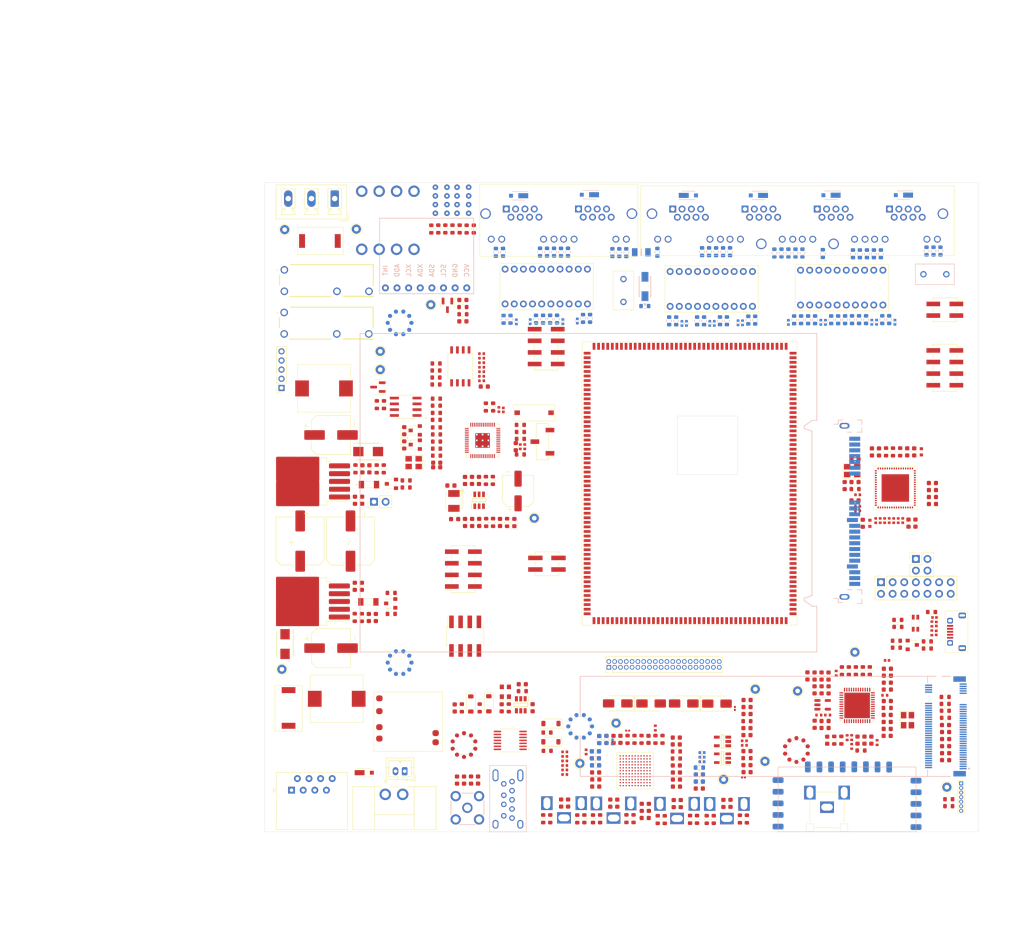
<source format=kicad_pcb>
(kicad_pcb (version 20230606) (generator pcbnew)
  (title_block (title "KSS-E") (date "2020-07-13") (rev "REV1") (company "SmartEQ Bilisim"))
  (layers (0 "F.Cu" signal) (1 "In1.Cu" power) (2 "In2.Cu" signal) (31 "B.Cu" signal) (34 "B.Paste" user) (35 "F.Paste" user) (36 "B.SilkS" user "B.Silkscreen") (37 "F.SilkS" user "F.Silkscreen") (38 "B.Mask" user) (39 "F.Mask" user) (44 "Edge.Cuts" user))
  (net 0 "")
  (net 1 "/Power Unit/+3V3_Mini")
  (net 2 "/CM3568/VRTC")
  (net 3 "Net-(J9-Pin_6)")
  (net 4 "/+12V")
  (net 5 "Net-(J10-Pin_1)")
  (net 6 "/CSI_AHD/AVIN")
  (net 7 "PCIE_NRST")
  (net 8 "PCIE_CLK_NREQ")
  (net 9 "/CM3568/USB2_HOST2_DP")
  (net 10 "/CM3568/USB2_HOST2_DM")
  (net 11 "/RP2040/SWCLK")
  (net 12 "/RP2040/SWD")
  (net 13 "Net-(U10-VC)")
  (net 14 "Earth")
  (net 15 "Net-(J15-Pin_2)")
  (net 16 "Net-(J15-Pin_4)")
  (net 17 "Net-(J15-Pin_6)")
  (net 18 "Net-(J15-Pin_8)")
  (net 19 "Net-(J16-Pin_2)")
  (net 20 "Net-(J16-Pin_4)")
  (net 21 "Net-(J16-Pin_8)")
  (net 23 "/CM3568/VCC_1V8_OUTPUT")
  (net 24 "VIN")
  (net 25 "/RP2040/XIN")
  (net 26 "Net-(C15-Pad1)")
  (net 27 "+1V1")
  (net 28 "Net-(U6B1B-REFB4)")
  (net 29 "Net-(U15-VC)")
  (net 30 "3.3V_Sensor")
  (net 31 "/CM3568/UART0_RX{slash}PWM1_M0")
  (net 32 "/CM3568/UART0_TX{slash}GPIO0_C1")
  (net 33 "Net-(U6B1B-REFB3)")
  (net 34 "VRAW")
  (net 35 "XI")
  (net 36 "XO")
  (net 37 "Net-(J19-Pin_3)")
  (net 38 "/4 Port RJ45 and Transformer/RXI_0_N")
  (net 39 "/4 Port RJ45 and Transformer/RXI_0_P")
  (net 40 "/4 Port RJ45 and Transformer/TXO_0_P")
  (net 41 "/4 Port RJ45 and Transformer/TXO_0_N")
  (net 42 "/4 Port RJ45 and Transformer/TXO_1_N")
  (net 43 "/4 Port RJ45 and Transformer/TXO_1_P")
  (net 44 "/EC25_Sim/GSM_STATUS")
  (net 45 "/RP2040/GPIO21")
  (net 46 "Net-(U15-SW)")
  (net 47 "/4 Port RJ45 and Transformer/RXI_1_P")
  (net 48 "CT")
  (net 49 "Net-(IC3-RESETB)")
  (net 50 "Net-(IC3-V10OUT)")
  (net 51 "1V0")
  (net 52 "Net-(IC3-AVDDL_1)")
  (net 53 "Net-(IC3-AVDDL_2)")
  (net 54 "Net-(IC3-AVDDH_1)")
  (net 55 "Net-(IC3-DVDDL_3)")
  (net 56 "Net-(IC3-AVDDL_3)")
  (net 57 "Net-(IC3-AVDDH_3)")
  (net 58 "/4 Port RJ45 and Transformer/RXI_1_N")
  (net 59 "/4 Port RJ45 and Transformer/RXI_2_N")
  (net 60 "Net-(IC3-AVDDL_4)")
  (net 61 "Net-(IC3-AVDDH_2)")
  (net 62 "Net-(IC3-AVDDLPLL)")
  (net 63 "Net-(IC3-AVDDL_5)")
  (net 64 "Net-(U15-FB)")
  (net 65 "Net-(IC3-IBREF)")
  (net 66 "/4 Port RJ45 and Transformer/RXI_2_P")
  (net 67 "/4 Port RJ45 and Transformer/TXO_2_P")
  (net 68 "/4 Port RJ45 and Transformer/TXO_2_N")
  (net 69 "/4 Port RJ45 and Transformer/TXO_3_N")
  (net 70 "/4 Port RJ45 and Transformer/TXO_3_P")
  (net 71 "/4 Port RJ45 and Transformer/RXI_3_P")
  (net 72 "/4 Port RJ45 and Transformer/RXI_3_N")
  (net 73 "/4 Port RJ45 and Transformer/LED4")
  (net 74 "/4 Port RJ45 and Transformer/LED3")
  (net 75 "/4 Port RJ45 and Transformer/LED2")
  (net 76 "/4 Port RJ45 and Transformer/LED1")
  (net 77 "Net-(U6B1B-REFT4)")
  (net 78 "/RP2040/GPIO25")
  (net 79 "Net-(U6B1B-REFB1)")
  (net 80 "Net-(U6B1B-REFB2)")
  (net 81 "/RP2040/GPIO1")
  (net 82 "/RP2040/GPIO0")
  (net 83 "/RP2040/USB_D+_RP2040")
  (net 84 "/RP2040/USB_D-_RP2040")
  (net 85 "/RP2040/~{USB_BOOT}")
  (net 86 "RS485_B")
  (net 87 "RS485_A")
  (net 88 "Net-(U10-FB)")
  (net 89 "Net-(IC5-BS)")
  (net 90 "Net-(IC5-LX)")
  (net 91 "Net-(IC5-FB)")
  (net 92 "/RP2040/XOUT")
  (net 93 "Net-(U5-ADC_AVDD)")
  (net 94 "Net-(U5-USB_DP)")
  (net 95 "Net-(U5-USB_DM)")
  (net 96 "TX")
  (net 97 "RX")
  (net 98 "Net-(U6-DE)")
  (net 99 "/RP2040/GPIO15")
  (net 100 "/RP2040/QSPI_SS")
  (net 101 "LIND_DS_LED")
  (net 102 "/4 Port RJ45 and Transformer/LED0")
  (net 103 "/RP2040/GPIO27_ADC1")
  (net 104 "/4 Port RJ45 and Transformer/LED5")
  (net 105 "Net-(D26-A)")
  (net 106 "Net-(D27-A)")
  (net 107 "/4 Port RJ45 and Transformer/RXI_4_P")
  (net 108 "/RP2040/GPIO2")
  (net 109 "/RP2040/GPIO3")
  (net 110 "/RP2040/GPIO6")
  (net 111 "/RP2040/GPIO7")
  (net 112 "/RP2040/GPIO14")
  (net 113 "/RP2040/GPIO18")
  (net 114 "/RP2040/GPIO19")
  (net 115 "/RP2040/GPIO23")
  (net 116 "/RP2040/GPIO24")
  (net 117 "/RP2040/GPIO26_ADC0")
  (net 118 "/RP2040/GPIO28_ADC2")
  (net 119 "/RP2040/GPIO29_ADC3")
  (net 120 "/RP2040/QSPI_SD3")
  (net 121 "/RP2040/QSPI_SCLK")
  (net 122 "/RP2040/QSPI_SD0")
  (net 123 "/RP2040/QSPI_SD2")
  (net 124 "/RP2040/QSPI_SD1")
  (net 125 "Net-(U18A-P4_1)")
  (net 126 "Net-(C93-Pad1)")
  (net 127 "CMT4")
  (net 128 "CMT3")
  (net 129 "CMT2")
  (net 130 "CMT1")
  (net 131 "Net-(U17A-P4_1)")
  (net 132 "Net-(U17B-P4_2)")
  (net 133 "Net-(U17C-P4_3)")
  (net 134 "Net-(U17D-P4_4)")
  (net 135 "Net-(U18B-P4_2)")
  (net 136 "Net-(J14-D+)")
  (net 137 "Net-(R72-Pad1)")
  (net 138 "/4 Port RJ45 and Transformer/RXI_4_N")
  (net 139 "/4 Port RJ45 and Transformer/TXO_4_N")
  (net 140 "/4 Port RJ45 and Transformer/TXO_4_P")
  (net 141 "/4 Port RJ45 and Transformer/RXI_5_P")
  (net 142 "/4 Port RJ45 and Transformer/RXI_5_N")
  (net 143 "/4 Port RJ45 and Transformer/TXO_5_N")
  (net 144 "/4 Port RJ45 and Transformer/TXO_5_P")
  (net 145 "CMT6")
  (net 146 "CMT5")
  (net 147 "Net-(R77-Pad1)")
  (net 148 "Net-(R78-Pad1)")
  (net 149 "Net-(R79-Pad1)")
  (net 150 "Net-(R80-Pad1)")
  (net 151 "Net-(U6B1B-REFT3)")
  (net 152 "Net-(U6B1B-REFT1)")
  (net 153 "Net-(U6B1B-REFT2)")
  (net 154 "Net-(U6B1B-MIPI_VREFG)")
  (net 155 "/CSI_AHD/VINP1")
  (net 156 "/CSI_AHD/VINN1")
  (net 157 "/CSI_AHD/VINP2")
  (net 158 "/CSI_AHD/VINN2")
  (net 159 "/CSI_AHD/VINP3")
  (net 160 "/CSI_AHD/VINN3")
  (net 161 "/CSI_AHD/VINP4")
  (net 162 "/CSI_AHD/VINN4")
  (net 163 "/CSI_AHD/AHD_RESET")
  (net 164 "Net-(PS2-EN)")
  (net 165 "Net-(U4-XOUT)")
  (net 166 "Net-(U8-VCC)")
  (net 167 "/HDMI_CVBS/XTAL1")
  (net 168 "/HDMI_CVBS/XTAL2")
  (net 169 "VCC_3V3_S0")
  (net 170 "Net-(IC2-VREF_H)")
  (net 171 "Net-(IC2-VMID)")
  (net 172 "/HDMI_CVBS/RSTn")
  (net 173 "/HDMI_CVBS/VDD10_EPHY")
  (net 174 "/HDMI_CVBS/DAC_R")
  (net 175 "Net-(D14-A)")
  (net 176 "Net-(D15-A)")
  (net 177 "Net-(D16-A)")
  (net 178 "Net-(D17-A)")
  (net 179 "/CM3568/PCIE20_TXP")
  (net 180 "/CM3568/PCIE20_TXN")
  (net 181 "/CM3568/PCIE20_RXN")
  (net 182 "/CM3568/PCIE20_RXP")
  (net 183 "/CM3568/PCIE20_REFCLKP")
  (net 184 "/CM3568/PCIE20_REFCLKN")
  (net 185 "Net-(J6-Pin_1)")
  (net 186 "Net-(J6-Pin_9)")
  (net 187 "Net-(J6-Pin_10)")
  (net 188 "Net-(J6-Pin_11)")
  (net 189 "Net-(J6-Pin_12)")
  (net 190 "Net-(J6-Pin_13)")
  (net 191 "/MIPI_DSI_TX0&LVDS /LCD0_BL_PWM4")
  (net 192 "/MIPI_DSI_TX0&LVDS /MIPI_DSI_TX1_CLKP")
  (net 193 "/MIPI_DSI_TX0&LVDS /MIPI_DSI_TX1_CLKN")
  (net 194 "/MIPI_DSI_TX0&LVDS /MIPI_DSI_TX1_D3P")
  (net 195 "/MIPI_DSI_TX0&LVDS /MIPI_DSI_TX1_D3N")
  (net 196 "/MIPI_DSI_TX0&LVDS /MIPI_DSI_TX1_D2P")
  (net 197 "/MIPI_DSI_TX0&LVDS /MIPI_DSI_TX1_D2N")
  (net 198 "/MIPI_DSI_TX0&LVDS /MIPI_DSI_TX1_D1P")
  (net 199 "/MIPI_DSI_TX0&LVDS /MIPI_DSI_TX1_D1N")
  (net 200 "/MIPI_DSI_TX0&LVDS /MIPI_DSI_TX1_D0P")
  (net 201 "/MIPI_DSI_TX0&LVDS /MIPI_DSI_TX1_D0N")
  (net 202 "/MIPI_DSI_TX0&LVDS /MIPI_DSI_TX0_CLKP{slash}LVDS_TX0_CLKP")
  (net 203 "/MIPI_DSI_TX0&LVDS /MIPI_DSI_TX0_CLKN{slash}LVDS_TX0_CLKN")
  (net 204 "/MIPI_DSI_TX0&LVDS /MIPI_DSI_TX0_D3P{slash}LVDS_TX0_D3P")
  (net 205 "/MIPI_DSI_TX0&LVDS /MIPI_DSI_TX0_D3N{slash}LVDS_TX0_D3N")
  (net 206 "/MIPI_DSI_TX0&LVDS /MIPI_DSI_TX0_D2P{slash}LVDS_TX0_D2P")
  (net 207 "/MIPI_DSI_TX0&LVDS /MIPI_DSI_TX0_D2N{slash}LVDS_TX0_D2N")
  (net 208 "/MIPI_DSI_TX0&LVDS /MIPI_DSI_TX0_D1P{slash}LVDS_TX0_D1P")
  (net 209 "/MIPI_DSI_TX0&LVDS /MIPI_DSI_TX0_D1N{slash}LVDS_TX0_D1N")
  (net 210 "/MIPI_DSI_TX0&LVDS /MIPI_DSI_TX0_D0P{slash}LVDS_TX0_D0P")
  (net 211 "/MIPI_DSI_TX0&LVDS /MIPI_DSI_TX0_D0N{slash}LVDS_TX0_D0N")
  (net 212 "Net-(Q2-B)")
  (net 213 "Net-(Q3-B)")
  (net 214 "Net-(Q4-B)")
  (net 215 "Net-(Q5-B)")
  (net 216 "/RTL8309E/LED6")
  (net 217 "/RTL8309E/LED7")
  (net 218 "/RP2040/GPIO8")
  (net 219 "/RP2040/GPIO9")
  (net 220 "/RP2040/GPIO10")
  (net 221 "/RP2040/GPIO11")
  (net 222 "/RP2040/GPIO12")
  (net 223 "/RP2040/GPIO13")
  (net 224 "Net-(R154-Pad2)")
  (net 225 "Net-(IC5-EN)")
  (net 226 "Net-(Q1-B)")
  (net 227 "/CM3568/USB3_OTG0_DM")
  (net 228 "Net-(J14-D-)")
  (net 229 "/CM3568/USB3_OTG0_DP")
  (net 231 "/CM3568/USB3_OTG0_VBUSDET")
  (net 232 "/CM3568/USB3_OTG0_ID")
  (net 233 "/CSI_AHD/LCDC_D23{slash}UART3_RX_M1")
  (net 234 "/CSI_AHD/PDM_CLK1_M0_ADC{slash}SPDIF_TX_M0")
  (net 235 "/CSI_AHD/GPIO4_C4_d")
  (net 236 "/CSI_AHD/LCDC_D22{slash}UART3_TX_M1")
  (net 237 "/CSI_AHD/SYS_CLK")
  (net 238 "Net-(U6B1B-SYS_CLK)")
  (net 239 "Net-(U6B1B-SA1)")
  (net 240 "Net-(U6B1B-SA0)")
  (net 241 "/CSI_AHD/GPIO2_C6")
  (net 242 "Net-(U6B1B-SEL_18)")
  (net 243 "Net-(U8-INA1)")
  (net 244 "Net-(IC2-MCU_SEL)")
  (net 245 "Net-(IC2-REXT)")
  (net 246 "Net-(IC2-KEY0)")
  (net 247 "/HDMI_CVBS/RX_DET")
  (net 248 "Net-(IC2-KEY1)")
  (net 249 "Net-(IC2-DAC_REF)")
  (net 250 "Net-(U14-EN)")
  (net 251 "/CM3568/HDMITX_SDA")
  (net 252 "/CM3568/HDMITX_SCL")
  (net 253 "/CM3568/HDMITX_CEC_M0")
  (net 254 "/CM3568/HDMI_TX_HPDIN")
  (net 255 "/HDMI_CVBS/HDMI_RX_HPD")
  (net 256 "/RP2040/GPIO20")
  (net 257 "/RP2040/GPIO22")
  (net 258 "/IO Connector/HORN")
  (net 259 "/IO Connector/FLASH")
  (net 262 "/CM3568/+5V")
  (net 264 "/CM3568/RX_TOP")
  (net 265 "/CM3568/TX_TOP")
  (net 268 "/CM3568/TXO_P")
  (net 269 "/CM3568/TXO_N")
  (net 270 "/CM3568/RXI_P")
  (net 271 "/CM3568/RXI_N")
  (net 272 "/CM3568/RESETn")
  (net 273 "/SPK-")
  (net 274 "/SPK+")
  (net 275 "/MIC+")
  (net 276 "/CM3568/MIC1_INN")
  (net 277 "/CM3568/RK809_PWRON")
  (net 278 "LED_VDD")
  (net 279 "Net-(R81-Pad1)")
  (net 280 "Net-(R82-Pad1)")
  (net 281 "Net-(R83-Pad1)")
  (net 282 "Net-(R104-Pad1)")
  (net 283 "Net-(R105-Pad1)")
  (net 284 "Net-(R106-Pad1)")
  (net 285 "Net-(R107-Pad1)")
  (net 286 "RX2_P")
  (net 287 "RX2_N")
  (net 288 "TX2_N")
  (net 289 "TX2_P")
  (net 290 "TX3_P")
  (net 291 "TX3_N")
  (net 292 "RX3_N")
  (net 293 "RX3_P")
  (net 294 "RX0_P")
  (net 295 "RX0_N")
  (net 296 "TX0_N")
  (net 297 "TX0_P")
  (net 298 "TX1_P")
  (net 299 "TX1_N")
  (net 300 "RX1_N")
  (net 301 "RX1_P")
  (net 302 "RX4_P")
  (net 303 "RX4_N")
  (net 304 "TX4_N")
  (net 305 "TX4_P")
  (net 306 "TX5_P")
  (net 307 "TX5_N")
  (net 308 "RX5_N")
  (net 309 "RX5_P")
  (net 310 "/CM3568/HDMI_TXCLKN_PORT")
  (net 311 "/CM3568/HDMI_TXCLKP_PORT")
  (net 312 "/CM3568/HDMI_TX0N")
  (net 313 "/CM3568/HDMI_TX0P")
  (net 314 "/CM3568/HDMI_TX1N")
  (net 315 "/CM3568/HDMI_TX1P")
  (net 316 "/CM3568/HDMI_TX2N")
  (net 317 "/CM3568/HDMI_TX2P")
  (net 320 "/HDMI_CVBS/AR_OUT")
  (net 321 "/HDMI_CVBS/AL_OUT")
  (net 329 "/CM3568/SARADC_VIN0_KEY{slash}RECOVERY")
  (net 330 "Net-(R146-Pad2)")
  (net 331 "/CSI_AHD/COAX1")
  (net 332 "/CSI_AHD/COAX2")
  (net 333 "/CSI_AHD/COAX3")
  (net 334 "/CSI_AHD/COAX4")
  (net 335 "/CSI_AHD/I2C2_SCL_M1")
  (net 336 "/CSI_AHD/I2C2_SDA_M1")
  (net 337 "/CSI_AHD/MIPI_CSI_RX_D3N")
  (net 338 "/CSI_AHD/MIPI_CSI_RX_D2N")
  (net 339 "/CSI_AHD/MIPI_CSI_RX_CLK0N")
  (net 340 "/CSI_AHD/MIPI_CSI_RX_D1N")
  (net 341 "/CSI_AHD/MIPI_CSI_RX_D0N")
  (net 342 "/CSI_AHD/MIPI_CSI_RX_D3P")
  (net 343 "/CSI_AHD/MIPI_CSI_RX_D2P")
  (net 344 "/CSI_AHD/MIPI_CSI_RX_CLK0P")
  (net 345 "/CSI_AHD/MIPI_CSI_RX_D1P")
  (net 346 "/CSI_AHD/MIPI_CSI_RX_D0P")
  (net 351 "/RTL8309E/RXI_6_P")
  (net 352 "/RTL8309E/RXI_6_N")
  (net 353 "/RTL8309E/TXO_6_N")
  (net 354 "/RTL8309E/TXO_6_P")
  (net 355 "/CM3568/PHY1_MDI0+")
  (net 356 "/CM3568/PHY1_MDI0-")
  (net 357 "/CM3568/PHY1_MDI1-")
  (net 358 "/CM3568/PHY1_MDI1+")
  (net 428 "/CM3568/PDM_SDI2_M0_ADC{slash}PCIE20_WAKEn_M2")
  (net 432 "/CM3568/SATA0_TXP")
  (net 433 "/CM3568/SATA0_TXN")
  (net 434 "/CM3568/SATA0_RXN")
  (net 435 "/CM3568/SATA0_RXP")
  (net 436 "/CM3568/USB3_HOST1_DM")
  (net 437 "/CM3568/USB3_HOST1_DP")
  (net 438 "/CM3568/USB3_HOST1_SSRXN")
  (net 439 "/CM3568/USB3_HOST1_SSRXP")
  (net 440 "/CM3568/USB3_HOST1_SSTXN")
  (net 441 "/CM3568/USB3_HOST1_SSTXP")
  (net 442 "GNDPWR")
  (net 443 "/HDMI_CVBS/HDMI0_D2_P")
  (net 444 "/HDMI_CVBS/HDMI0_D2_N")
  (net 445 "/HDMI_CVBS/HDMI0_D1_P")
  (net 446 "/HDMI_CVBS/HDMI0_D1_N")
  (net 447 "/HDMI_CVBS/HDMI0_D0_P")
  (net 448 "/HDMI_CVBS/HDMI0_D0_N")
  (net 449 "/HDMI_CVBS/HDMI0_CK_P")
  (net 450 "/HDMI_CVBS/HDMI0_CK_N")
  (net 451 "/HDMI_CVBS/HDMI0_HOTPLUG")
  (net 457 "/CM3568/USB2_HOST3_DM")
  (net 458 "/CM3568/USB2_HOST3_DP")
  (net 459 "/Power Unit/IGN")
  (net 460 "/CM3568/GMAC0_TXEN")
  (net 461 "/CM3568/GMAC0_TXD1")
  (net 462 "/CM3568/GMAC0_TXD0")
  (net 463 "/CM3568/GMAC0_RXD1")
  (net 464 "/CM3568/GMAC0_RXD0")
  (net 465 "/CM3568/GMAC0_RXD3")
  (net 466 "/CM3568/GMAC0_RXD2")
  (net 467 "/CM3568/GMAC0_TXCLK")
  (net 468 "/CM3568/GMAC0_TXD3")
  (net 469 "/CM3568/GMAC0_TXD2")
  (net 470 "/CM3568/GMAC0_RXCLK")
  (net 471 "/CM3568/GMAC0_MCLKINOUT")
  (net 472 "/CM3568/GMAC0_MDC")
  (net 473 "/CM3568/GMAC0_MDIO")
  (net 474 "/CM3568/GMAC0_RXDV_CRS")
  (net 475 "/CM3568/ETH0_REFCLKO_25M")
  (net 476 "/CM3568/EDP_TX_D3N")
  (net 477 "/CM3568/EDP_TX_D3P")
  (net 478 "/CM3568/EDP_TX_D2N")
  (net 479 "/CM3568/EDP_TX_D2P")
  (net 480 "/CM3568/EDP_TX_D1N")
  (net 481 "/CM3568/EDP_TX_D1P")
  (net 482 "/CM3568/EDP_TX_D0N")
  (net 483 "/CM3568/EDP_TX_D0P")
  (net 484 "/CM3568/EDP_TX_AUXN")
  (net 485 "/CM3568/EDP_TX_AUXP")
  (net 486 "/CM3568/SDMMC0_CLK")
  (net 487 "/CM3568/SDMMC0_CMD")
  (net 488 "/CM3568/SDMMC0_D0")
  (net 489 "/CM3568/SDMMC0_D1")
  (net 490 "/CM3568/SDMMC0_D2")
  (net 491 "/CM3568/SDMMC0_D3")
  (net 492 "/CM3568/SARADC_VIN3")
  (net 493 "/CM3568/SARADC_VIN2_HP_HOOK")
  (net 494 "/CM3568/GPIO2_C6")
  (net 495 "/CM3568/GPIO2_B1")
  (net 496 "/CM3568/GPIO2_B2")
  (net 497 "/CM3568/SOC_PCM_IN")
  (net 498 "/CM3568/I2C1_SCL{slash}CAN0_TX_M0")
  (net 499 "/CM3568/I2C1_SDA{slash}CAN0_RX_M0")
  (net 500 "/CM3568/UART2_TX_M0_DEBUG")
  (net 501 "/CM3568/UART2_RX_M0_DEBUG")
  (net 502 "/CM3568/TP_INT_L_GPIO0_B5")
  (net 503 "/CM3568/LCD0_BL_PWM4")
  (net 504 "/CM3568/GPIO0_A5")
  (net 505 "/CM3568/PWM3_IR")
  (net 506 "/CM3568/PWM6{slash}GPIO0_C5")
  (net 507 "/CM3568/SDMMC0_DET_L")
  (net 508 "/CM3568/LCD1_BL_PWM5")
  (net 509 "/CM3568/TP_RST_L_GPIO0_B6")
  (net 510 "/CM3568/I2C4_SCL_M0")
  (net 511 "/CM3568/I2C4_SDA_M0")
  (net 512 "/CM3568/I2C4_SCL_M1")
  (net 513 "/CM3568/I2C4_SDA_M1")
  (net 514 "/CM3568/PDM_CLK1_M0_ADC{slash}SPDOF_TX_M0")
  (net 515 "/CM3568/I2C3_SCL_M0")
  (net 516 "/CM3568/I2C3_SDA_M0")
  (net 517 "/CM3568/PHY1_LED2{slash}CFG_LDO1")
  (net 518 "/CM3568/PHY1_LED1{slash}CFG_LDO0")
  (net 519 "/CM3568/PHY1_MDI2+")
  (net 520 "/CM3568/PHY1_MDI2-")
  (net 521 "/CM3568/PHY1_MDI3+")
  (net 522 "/CM3568/PHY1_MDI3-")
  (net 523 "/CM3568/CIF_CLKOUT{slash}PWM11_IR_M1{slash}GPIO4_C0_d")
  (net 524 "/CM3568/UART7_TX_M1")
  (net 525 "/CM3568/UART7_RX_M1")
  (net 526 "/CM3568/LCDC_VSYNC{slash}UART5_TX_M1")
  (net 527 "/CM3568/LCDC_HSYNC{slash}PCIE20_PERSTn_M1")
  (net 528 "/CM3568/LCDC_DEN{slash}UART5_RX_M1")
  (net 529 "/CM3568/RTC32KOUT_WIFI")
  (net 530 "/CM3568/HPL_OUT")
  (net 531 "/CM3568/HPR_OUT")
  (net 532 "/CM3568/LCDC_D23{slash}UART3_RX_M1")
  (net 533 "/CM3568/LCDC_D22{slash}UART3_TX_M1")
  (net 534 "/CM3568/LCDC_D21{slash}PWM11_IR_M0")
  (net 535 "/CM3568/LCDC_D20{slash}GPIO3_B5")
  (net 536 "/CM3568/LCDC_D19{slash}I2C5_SDA_M0")
  (net 537 "/CM3568/LCDC_D18{slash}I2C5_SCL_M0")
  (net 538 "/CM3568/LCDC_D17{slash}UART4_TX_M1")
  (net 539 "/CM3568/LCDC_D16{slash}UART4_RX_M1")
  (net 540 "/CM3568/LCDC_D15{slash}GPIO3_B0")
  (net 541 "/CM3568/LCDC_D14{slash}GPIO3_A7")
  (net 542 "/CM3568/LCDC_D13{slash}I2S3_SDI_M0")
  (net 543 "/CM3568/LCDC_D12{slash}I2S3_SD0_M0")
  (net 544 "/CM3568/LCDC_D11{slash}I2S3_LRCK_M0")
  (net 545 "/CM3568/LCDC_D10{slash}I2S3_SCLK_M0")
  (net 546 "/CM3568/LCDC_D9{slash}I2S3_MCLK_M0")
  (net 547 "/CM3568/LCDC_D8{slash}GPIO3_A1")
  (net 548 "/CM3568/LCDC_D7{slash}SPI2_MISO_M1{slash}I2S1_SDO0_M2{slash}UART8_TX_M1")
  (net 549 "/CM3568/LCDC_D6{slash}SPI2_MOSI_M1{slash}I2S1_SDI3_M2")
  (net 550 "/CM3568/LCDC_D5{slash}SPI2_CS0_M1{slash}I2S1_SDI2_M2")
  (net 551 "/CM3568/LCDC_D4{slash}SPI0_CS1_M1")
  (net 552 "/CM3568/LCDC_D3{slash}SPI0_CLK_M1")
  (net 553 "/CM3568/LCDC_D2{slash}SPI0_CS0_M1")
  (net 554 "/CM3568/LCDC_D1{slash}SPI0_MOSI_M1")
  (net 555 "/CM3568/LCDC_D1{slash}SPI0_MISO_M1")
  (net 556 "/CM3568/GPIO4_C5_d")
  (net 557 "/CM3568/GPIO4_C6_d")
  (net 558 "/CM3568/CAN1_RX_M1{slash}GPIO4_C2_d")
  (net 559 "/CM3568/CAN1_TX_M1{slash}GPIO4_C3_d")
  (net 560 "/CM3568/LCDC_CLK{slash}SPI2_CLK_M1{slash}I2S1_SDO1_M2{slash}UART8_RX_M1")
  (net 561 "/CM3568/GPIO4_C4_d")
  (net 562 "/CM3568/MIPI_CSI_RX_D3N")
  (net 563 "/CM3568/MIPI_CSI_RX_D3P")
  (net 564 "/CM3568/MIPI_CSI_RX_D2P")
  (net 565 "/CM3568/MIPI_CSI_RX_D2N")
  (net 566 "/CM3568/MIPI_CSI_RX_CLK1N")
  (net 567 "/CM3568/MIPI_CSI_RX_CLK1P")
  (net 568 "/CM3568/MIPI_CSI_RX_CLK0N")
  (net 569 "/CM3568/MIPI_CSI_RX_CLK0P")
  (net 570 "/CM3568/MIPI_CSI_RX_D1N")
  (net 571 "/CM3568/MIPI_CSI_RX_D1P")
  (net 572 "/CM3568/MIPI_CSI_RX_D0N")
  (net 573 "/CM3568/MIPI_CSI_RX_D0P")
  (net 574 "/CM3568/MIPI_DSI_TX0_D3P{slash}LVDS_TX0_D3P")
  (net 575 "/CM3568/MIPI_DSI_TX0_D3N{slash}LVDS_TX0_D3N")
  (net 576 "/CM3568/MIPI_DSI_TX0_D2P{slash}LVDS_TX0_D2P")
  (net 577 "/CM3568/MIPI_DSI_TX0_D2N{slash}LVDS_TX0_D2N")
  (net 578 "/CM3568/MIPI_DSI_TX0_CLKN{slash}LVDS_TX0_CLKN")
  (net 579 "/CM3568/MIPI_DSI_TX0_D1P{slash}LVDS_TX0_D1P")
  (net 580 "/CM3568/MIPI_DSI_TX0_D1N{slash}LVDS_TX0_D1N")
  (net 581 "/CM3568/MIPI_DSI_TX0_D0P{slash}LVDS_TX0_D0P")
  (net 582 "/CM3568/MIPI_DSI_TX0_D0N{slash}LVDS_TX0_D0N")
  (net 583 "/CM3568/GPIO0_C7")
  (net 584 "/CM3568/REFCLK_OUT{slash}GPIO0_A0")
  (net 585 "/CM3568/MIPI_DSI_TX1_D3P")
  (net 586 "/CM3568/MIPI_DSI_TX1_D3N")
  (net 587 "/CM3568/MIPI_DSI_TX1_D2P")
  (net 588 "/CM3568/MIPI_DSI_TX1_D2N")
  (net 589 "/CM3568/MIPI_DSI_TX1_CLKP")
  (net 590 "/CM3568/MIPI_DSI_TX1_CLKN")
  (net 591 "/CM3568/MIPI_DSI_TX1_D1P")
  (net 592 "/CM3568/MIPI_DSI_TX1_D1N")
  (net 593 "/CM3568/MIPI_DSI_TX1_D0P")
  (net 594 "/CM3568/MIPI_DSI_TX1_D0N")
  (net 595 "/IO Connector/Input-1")
  (net 596 "/IO Connector/Input-2")
  (net 598 "/CM3568/MIPI_DSI_TX0_CLKP{slash}LVDS_TX0_CLKP")
  (net 599 "Net-(Q3-C)")
  (net 600 "Net-(J17-Pin_2)")
  (net 601 "Net-(C35-Pad1)")
  (net 602 "Net-(C70-Pad1)")
  (net 603 "Net-(C78-Pad1)")
  (net 604 "Net-(C79-Pad1)")
  (net 605 "Net-(C80-Pad1)")
  (net 606 "Net-(C81-Pad1)")
  (net 607 "Net-(C85-Pad1)")
  (net 608 "Net-(C86-Pad1)")
  (net 609 "Net-(C87-Pad1)")
  (net 610 "Net-(C88-Pad1)")
  (net 611 "Net-(C89-Pad1)")
  (net 612 "Net-(C90-Pad1)")
  (net 613 "Net-(C91-Pad1)")
  (net 614 "3V3")
  (net 615 "1V0PLL")
  (net 616 "/CSI_AHD/VIN_P1")
  (net 617 "/CSI_AHD/VIN_N1")
  (net 618 "/CSI_AHD/VIN_P2")
  (net 619 "/CSI_AHD/VIN_N2")
  (net 620 "/CSI_AHD/VIN_P3")
  (net 621 "/CSI_AHD/VIN_N3")
  (net 622 "/CSI_AHD/VIN_N4")
  (net 623 "Net-(C113-Pad1)")
  (net 624 "Net-(U4-XIN)")
  (net 625 "Net-(U10-VIN)")
  (net 626 "Net-(D3-PadC)")
  (net 627 "/CSI_AHD/VIN_P4")
  (net 628 "Net-(D25-A)")
  (net 629 "/4 Port RJ45 and Transformer/+3.3V")
  (net 632 "/MIPI_DSI_TX0&LVDS /SOC_PCM_IN")
  (net 633 "/MIPI_DSI_TX0&LVDS /I2C1_SCL{slash}CAN0_TX_M0")
  (net 634 "/MIPI_DSI_TX0&LVDS /TP_RST_L_GPIO0_B6")
  (net 635 "/MIPI_DSI_TX0&LVDS /I2C1_SDA{slash}CAN0_RX_M0")
  (net 636 "/MIPI_DSI_TX0&LVDS /TP_INT_L_GPIO0_B5")
  (net 637 "ADC_VREF")
  (net 638 "/RP2040/USB_RP2040_D+")
  (net 639 "/RP2040/USB_RP2040_D-")
  (net 640 "/USB2.0 OTG/VCC_1V8")
  (net 641 "/CSI_AHD/GPIO2_B2")
  (net 642 "/CSI_AHD/GPIO2_B1")
  (net 643 "/HDMI_CVBS/P{slash}N_SEL")
  (net 645 "Net-(J32-Pin_1)")
  (net 646 "AVDD33")
  (net 647 "VDD12")
  (net 648 "AVDD12")
  (net 649 "AVDD12_MIPI")
  (net 650 "AVDD12PLL")
  (net 651 "DVDD33")
  (net 666 "+3V3")
  (net 667 "VDD_5V")
  (net 668 "/HDMI_CVBS/CVideo_OUT")
  (net 669 "Net-(J18-Pin_3)")
  (net 670 "Net-(J20-Pin_3)")
  (net 671 "Net-(J26-Pin_3)")
  (footprint "Resistor_SMD:R_0603_1608Metric" (layer "F.Cu") (at 84.95 69.685 180)
    (property "Reference" "R15" hide)
    (property "Value" "1R" hide)
  )
  (footprint "Capacitor_SMD:C_0402_1005Metric" (layer "F.Cu") (at 94.925 68.875)
    (property "Reference" "C17" hide)
    (property "Value" "100nF" hide)
  )
  (footprint "Resistor_SMD:R_0402_1005Metric" (layer "F.Cu") (at 172.43 132.8425 -90)
    (property "Reference" "R130" hide)
    (property "Value" "10K %1" hide)
  )
  (footprint "Capacitor_SMD:C_0402_1005Metric" (layer "F.Cu") (at 94.915 67.885)
    (property "Reference" "C16" hide)
    (property "Value" "100nF" hide)
  )
  (footprint "Resistor_SMD:R_0603_1608Metric" (layer "F.Cu") (at 85.07 82.175 180)
    (property "Reference" "R169" hide)
    (property "Value" "10K" hide)
  )
  (footprint "Resistor_SMD:R_0603_1608Metric" (layer "F.Cu") (at 133.415 164.84 -90)
    (property "Reference" "R109" hide)
    (property "Value" "0R" hide)
  )
  (footprint "Capacitor_SMD:C_0402_1005Metric" (layer "F.Cu") (at 113.09 152.025 180)
    (property "Reference" "C138" hide)
    (property "Value" "10uF" hide)
  )
  (footprint "Transformer_THT:RJ45_Transformer_2_Port" (layer "F.Cu") (at 97.605 51.725 180)
    (property "Reference" "U19" hide)
    (property "Value" "UTH20T29 2220X" hide)
  )
  (footprint "Capacitor_SMD:C_0201_0603Metric" (layer "F.Cu") (at 152.17 155.635)
    (property "Reference" "C4" hide)
    (property "Value" "4.7uF" hide)
  )
  (footprint "Resistor_SMD:R_0402_1005Metric" (layer "F.Cu") (at 174.83 146.925 90)
    (property "Reference" "R133" hide)
    (property "Value" "0R" hide)
  )
  (footprint "Resistor_SMD:R_0603_1608Metric" (layer "F.Cu") (at 85.055 79.075 180)
    (property "Reference" "R171" hide)
    (property "Value" "10K" hide)
  )
  (footprint "Capacitor_THT:S102K33Y5PP63K5R" (layer "F.Cu") (at 125.93 48.565 90)
    (property "Reference" "C92" hide)
    (property "Value" "1000PF 2KV" hide)
  )
  (footprint "Resistor_SMD:R_0603_1608Metric" (layer "F.Cu") (at 75.1775 119.86 180)
    (property "Reference" "R158" hide)
    (property "Value" "10K" hide)
  )
  (footprint "Capacitor_SMD:C_0603_1608Metric" (layer "F.Cu") (at 70.2675 120.65 -90)
    (property "Reference" "C171" hide)
    (property "Value" "0.33uF 16V" hide)
  )
  (footprint "Pro V3:LL4148" (layer "F.Cu") (at 70.1175 120.605)
    (property "Reference" "D23" hide)
    (property "Value" "LL4148" hide)
  )
  (footprint "Capacitor_SMD:C_0402_1005Metric" (layer "F.Cu") (at 117.77 150.055 -90)
    (property "Reference" "C112" hide)
    (property "Value" "10uF" hide)
  )
  (footprint "Package_DFN_QFN:QFN-48-1EP_7x7mm_P0.5mm_EP5.6x5.6mm" (layer "F.Cu") (at 177.01 139.8775)
    (property "Reference" "IC2" hide)
    (property "Value" "MS1836S_QFN48-7x7" hide)
  )
  (footprint "Capacitor_SMD:C_0603_1608Metric" (layer "F.Cu") (at 71.7975 120.65 -90)
    (property "Reference" "C84" hide)
    (property "Value" "1uF/50V" hide)
  )
  (footprint "Diode_SMD:S6MC" (layer "F.Cu") (at 52.72 140.435 -90)
    (property "Reference" "D28" hide)
    (property "Value" "S6MC" hide)
  )
  (footprint "BLM18PG121SN1D:BLM18AG102BH1D" (layer "F.Cu") (at 191.05 84.42 -90)
    (property "Reference" "FL4" hide)
    (property "Value" "BLM18PG121SN1D" hide)
  )
  (footprint "Capacitor_SMD:C_0603_1608Metric" (layer "F.Cu") (at 138.455 161.35 90)
    (property "Reference" "C106" hide)
    (property "Value" "0.1uF" hide)
  )
  (footprint "Capacitor_SMD:C_0201_0603Metric" (layer "F.Cu") (at 126.85 145.395 180)
    (property "Reference" "C12" hide)
    (property "Value" "4.7uF" hide)
  )
  (footprint "Diode_SMD:D_SOD-123" (layer "F.Cu") (at 110.06 147.835 180)
    (property "Reference" "D15" hide)
    (property "Value" "B5819W" hide)
  )
  (footprint "Resistor_SMD:R_0603_1608Metric" (layer "F.Cu") (at 152.905 164.725 -90)
    (property "Reference" "R116" hide)
    (property "Value" "100R" hide)
  )
  (footprint "Resistor_SMD:R_0402_1005Metric" (layer "F.Cu") (at 193.34 124.005 90)
    (property "Reference" "R30" hide)
    (property "Value" "2.2R" hide)
  )
  (footprint "Rockchip:CM3568" (layer "F.Cu") (at 163.89 60.335 180)
    (property "Reference" "U1" hide)
    (property "Value" "~" hide)
    (fp_rect (start 13 -16.23) (end 26.23 -29.06) (stroke (width 0.05)) (fill none) (layer "Edge.Cuts"))
  )
  (footprint "Resistor_SMD:R_0603_1608Metric" (layer "F.Cu") (at 126.58 164.645 90)
    (property "Reference" "R57" hide)
    (property "Value" "75R" hide)
  )
  (footprint "Resistor_SMD:R_0603_1608Metric" (layer "F.Cu") (at 85.45 35.67 90)
    (property "Reference" "R150" hide)
    (property "Value" "220R" hide)
  )
  (footprint "Resistor_SMD:R_0603_1608Metric" (layer "F.Cu") (at 88.55 35.67 90)
    (property "Reference" "R148" hide)
    (property "Value" "220R" hide)
  )
  (footprint "Capacitor_SMD:C_0603_1608Metric" (layer "F.Cu") (at 129.93 162.175 90)
    (property "Reference" "C48" hide)
    (property "Value" "0.1uF" hide)
  )
  (footprint "Capacitor_SMD:C_0603_1608Metric" (layer "F.Cu") (at 119.865 157.625)
    (property "Reference" "C47" hide)
    (property "Value" "0.1uF" hide)
  )
  (footprint "Capacitor_SMD:C_0603_1608Metric" (layer "F.Cu") (at 95.505 70.135)
    (property "Reference" "C18" hide)
    (property "Value" "1uF" hide)
  )
  (footprint "TLV75712PDBVR:SOT95P280X145-5N" (layer "F.Cu") (at 147.58 151.425 180)
    (property "Reference" "PS3" hide)
    (property "Value" "TLV75712PDBVR" hide)
  )
  (footprint "Capacitor_SMD:C_0603_1608Metric" (layer "F.Cu") (at 152.95 138.695)
    (property "Reference" "C1" hide)
    (property "Value" "0.1uF" hide)
  )
  (footprint "Capacitor_SMD:C_0402_1005Metric" (layer "F.Cu") (at 143.1 151.195)
    (property "Reference" "C137" hide)
    (property "Value" "10uF" hide)
  )
  (footprint "Capacitor_SMD:C_0603_1608Metric" (layer "F.Cu") (at 137.505 154.555 180)
    (property "Reference" "C43" hide)
    (property "Value" "0.1uF" hide)
  )
  (footprint "LED_4:LED_4_Block" (layer "F.Cu") (at 92.09 26.54)
    (property "Reference" "J16" hide)
    (property "Value" "Conn_01x08_Socket" hide)
  )
  (footprint "Capacitor_SMD:C_0603_1608Metric" (layer "F.Cu") (at 174.285 91.795 -90)
    (property "Reference" "C39" hide)
    (property "Value" "33pF" hide)
  )
  (footprint "Resistor_SMD:R_0603_1608Metric" (layer "F.Cu") (at 84.98 65.095 180)
    (property "Reference" "R21" hide)
    (property "Value" "1K" hide)
  )
  (footprint "Resistor_SMD:R_0603_1608Metric" (layer "F.Cu") (at 185.595 125.73)
    (property "Reference" "R2" hide)
    (property "Value" "10K" hide)
  )
  (footprint "Connector_PinSocket_2.00mm:PinSocket_2x04_P2.00mm_Vertical_SMD" (layer "F.Cu") (at 91.33 124.73 90)
    (property "Reference" "J13" hide)
    (property "Value" "FEMALE SMD Pin Header" hide)
  )
  (footprint "Capacitor_SMD:C_0603_1608Metric" (layer "F.Cu") (at 106.07 140.385 90)
    (property "Reference" "C128" hide)
    (property "Value" "1uF" hide)
  )
  (footprint "Capacitor_SMD:C_0603_1608Metric" (layer "F.Cu") (at 68.86 88.14 90)
    (property "Reference" "C174" hide)
    (property "Value" "0.33uF 16V" hide)
  )
  (footprint "Resistor_SMD:R_0603_1608Metric" (layer "F.Cu") (at 185.595 127.25 180)
    (property "Reference" "R3" hide)
    (property "Value" "10K" hide)
  )
  (footprint "Capacitor_SMD:C_0603_1608Metric" (layer "F.Cu") (at 167.7 133.45 90)
    (property "Reference" "C161" hide)
    (property "Value" "0.1uF" hide)
  )
  (footprint "Diode_SMD:D_SMA" (layer "F.Cu") (at 146.36 139.485)
    (property "Reference" "D19" hide)
    (property "Value" "SMAJ30CA" hide)
  )
  (footprint "Connector_Pin:Pin_D1.0mm_L10.0mm" (layer "F.Cu") (at 67.54 35.705)
    (property "Reference" "TP5" hide)
    (property "Value" "TestPoint" hide)
  )
  (footprint "Connector_Pin:Pin_D1.0mm_L10.0mm" (layer "F.Cu") (at 196.63 157.755 90)
    (property "Reference" "TP15" hide)
    (property "Value" "TestPoint" hide)
  )
  (footprint "Capacitor_SMD:C_0603_1608Metric" (layer "F.Cu") (at 183.59 141.955)
    (property "Reference" "C145" hide)
    (property "Value" "22pF" hide)
  )
  (footprint "Pro V3:MMBT2222ALT1G" (layer "F.Cu") (at 79.425 82.835 90)
    (property "Reference" "Q4" hide)
    (property "Value" "MMBT2222ALT1G" hide)
  )
  (footprint "Capacitor_SMD:C_0402_1005Metric" (layer "F.Cu") (at 113.09 153.995 180)
    (property "Reference" "C134" hide)
    (property "Value" "10uF" hide)
  )
  (footprint "LED_4:LED_4_Block" (layer "F.Cu") (at 87.35 26.54)
    (property "Reference" "J15" hide)
    (property "Value" "Conn_01x08_Socket" hide)
  )
  (footprint "Pro V3:MMBT2222ALT1G" (layer "F.Cu") (at 74.0525 117.57 90)
    (property "Reference" "Q3" hide)
    (property "Value" "MMBT2222ALT1G" hide)
  )
  (footprint "Resistor_SMD:R_0603_1608Metric" (layer "F.Cu") (at 84.95 66.625)
    (property "Reference" "R22" hide)
    (property "Value" "DNP" hide)
  )
  (footprint "Capacitor_SMD:C_0402_1005Metric" (layer "F.Cu") (at 143.1 150.205)
    (property "Reference" "C141" hide)
    (property "Value" "10uF" hide)
  )
  (footprint "Capacitor_SMD:C_0402_1005Metric" (layer "F.Cu") (at 113.09 150.045 180)
    (property "Reference" "C142" hide)
    (property "Value" "10uF" hide)
  )
  (footprint "Capacitor_SMD:C_0603_1608Metric" (layer "F.Cu") (at 89.02 99.13 180)
    (property "Reference" "C180" hide)
    (property "Value" "22uF" hide)
  )
  (footprint "Capacitor_SMD:C_0603_1608Metric" (layer "F.Cu") (at 170.75 133.455 90)
    (property "Reference" "C160" hide)
    (property "Value" "0.1uF" hide)
  )
  (footprint "Capacitor_SMD:C_0603_1608Metric" (layer "F.Cu") (at 181.79 84.44 90)
    (property "Reference" "C38" hide)
    (property "Value" "100nF" hide)
  )
  (footprint "Resistor_SMD:R_0603_1608Metric" (layer "F.Cu") (at 128.13 164.65 90)
    (property "Reference" "R108" hide)
    (property "Value" "100R" hide)
  )
  (footprint "Capacitor_SMD:C_0603_1608Metric" (layer "F.Cu") (at 167.7 136.475 -90)
    (property "Reference" "C158" hide)
    (property "Value" "0.1uF" hide)
  )
  (footprint "Capacitor_SMD:C_0603_1608Metric" (layer "F.Cu") (at 67.1975 113.83 90)
    (property "Reference" "C170" hide)
    (property "Value" "1uF/50V" hide)
  )
  (footprint "Resistor_SMD:R_0603_1608Metric" (layer "F.Cu") (at 151.38 164.725 90)
    (property "Reference" "R115" hide)
    (property "Value" "75R" hide)
  )
  (footprint "Capacitor_SMD:C_0603_1608Metric" (layer "F.Cu") (at 119.84 154.545)
    (property "Reference" "C44" hide)
    (property "Value" "0.1uF" hide)
  )
  (footprint "Resistor_SMD:R_0603_1608Metric" (layer "F.Cu") (at 109.93 164.675 90)
    (property "Reference" "R52" hide)
    (property "Value" "75R" hide)
  )
  (footprint "Resistor_SMD:R_0603_1608Metric" (layer "F.Cu") (at 97.44 74.615 -90)
    (property "Reference" "R17" hide)
    (property "Value" "27R" hide)
  )
  (footprint "Pro V3:2N3904S-RTKPS" (layer "F.Cu") (at 185.64 126.725 -90)
    (property "Reference" "Q1" hide)
    (property "Value" "2N3904S-RTK/PS" hide)
  )
  (footprint "Resistor_SMD:R_0402_1005Metric" (layer "F.Cu") (at 183.06 137.6675 180)
    (property "Reference" "R143" hide)
    (property "Value" "75R" hide)
  )
  (footprint "Resistor_SMD:R_0603_1608Metric" (layer "F.Cu") (at 109.22 145.815)
    (property "Reference" "R36" hide)
    (property "Value" "10K" hide)
  )
  (footprint "Capacitor_SMD:C_0603_1608Metric" (layer "F.Cu") (at 183.625 133.375)
    (property "Reference" "C164" hide)
    (property "Value" "DNP" hide)
  )
  (footprint "Resistor_SMD:R_0603_1608Metric" (layer "F.Cu") (at 103.4 81.585)
    (property "Reference" "R48" hide)
    (property "Value" "1K" hide)
  )
  (footprint "Resistor_SMD:R_0603_1608Metric" (layer "F.Cu") (at 85.035 72.785)
    (property "Reference" "R18" hide)
    (property "Value" "10K" hide)
  )
  (footprint "Capacitor_SMD:C_0603_1608Metric" (layer "F.Cu") (at 152.945 140.235)
    (property "Reference" "C10" hide)
    (property "Value" "10uF" hide)
  )
  (footprint "Capacitor_SMD:C_0402_1005Metric" (layer "F.Cu") (at 184.02 99.445 -90)
    (property "Reference" "C76" hide)
    (property "Value" "0.1uF" hide)
  )
  (footprint "Resistor_SMD:R_0603_1608Metric" (layer "F.Cu") (at 192.36 127.435)
    (property "Reference" "R5" hide)
    (property "Value" "0R" hide)
  )
  (footprint "Capacitor_SMD:C_0402_1005Metric" (layer "F.Cu") (at 181.07 99.455 90)
    (property "Reference" "C66" hide)
    (property "Value" "0.1uF" hide)
  )
  (footprint "Connector_RJ:2_Block_RJ45" (layer "F.Cu") (at 111.78 33.79 180)
    (property "Reference" "U18" hide)
    (property "Value" "~" hide)
  )
  (footprint "Capacitor_SMD:C_0603_1608Metric" (layer "F.Cu") (at 112.31 161.23 90)
    (property "Reference" "C102" hide)
    (property "Value" "0.1uF" hide)
  )
  (footprint "Capacitor_SMD:C_0603_1608Metric" (layer "F.Cu") (at 90.82 55.875 180)
    (property "Reference" "C36" hide)
    (property "Value" "100nF" hide)
  )
  (footprint "Capacitor_SMD:C_0402_1005Metric" (layer "F.Cu") (at 183.03 99.455 90)
    (property "Reference" "C63" hide)
    (property "Value" "0.1uF" hide)
  )
  (footprint "Package_TO_SOT_SMD:SOT-23" (layer "F.Cu") (at 72.2475 70.255 180)
    (property "Reference" "U3" hide)
    (property "Value" "TLV76033DBZT" hide)
  )
  (footprint "Resistor_SMD:R_0603_1608Metric" (layer "F.Cu") (at 91.65 35.69 90)
    (property "Reference" "R152" hide)
    (property "Value" "220R" hide)
  )
  (footprint "Capacitor_SMD:C_0603_1608Metric" (layer "F.Cu") (at 113.83 161.23 90)
    (property "Reference" "C101" hide)
    (property "Value" "0.1uF" hide)
  )
  (footprint "Capacitor_SMD:C_0603_1608Metric" (layer "F.Cu") (at 142.507547 158.056221 180)
    (property "Reference" "C46" hide)
    (property "Value" "0.1uF" hide)
  )
  (footprint "Resistor_SMD:R_0603_1608Metric" (layer "F.Cu") (at 78.425 90.675 180)
    (property "Reference" "R173" hide)
    (property "Value" "DNP" hide)
  )
  (footprint "Capacitor_SMD:C_0603_1608Metric" (layer "F.Cu") (at 123.75 147.31 90)
    (property "Reference" "C116" hide)
    (property "Value" "0.1uF" hide)
  )
  (footprint "ESD5341N:ESD5341N" (layer "F.Cu") (at 99.66 75.6625 90)
    (property "Reference" "D30" hide)
    (property "Value" "ESD5341N" hide)
  )
  (footprint "AV_CONNECTOR:AV_CON" (layer "F.Cu") (at 174.18 157.44)
    (property "Reference" "J2" hide)
    (property "Value" "Phono RCA Jack Mono Connector Solder (Boktech advise)" hide)
    (fp_rect (start -8.3 8.35) (end -6.7 9.95) (stroke (width 0.05)) (fill none) (layer "Edge.Cuts") (net 1))
    (fp_rect (start -0.8 8.35) (end 0.8 9.95) (stroke (width 0.05)) (fill none) (layer "Edge.Cuts") (net 1))
  )
  (footprint "Capacitor_SMD:C_0402_1005Metric" (layer "F.Cu") (at 182.05 99.455 90)
    (property "Reference" "C68" hide)
    (property "Value" "0.1uF" hide)
  )
  (footprint "Resistor_SMD:R_0603_1608Metric" (layer "F.Cu") (at 71.99 88.15 90)
    (property "Reference" "R162" hide)
    (property "Value" "1.6K" hide)
  )
  (footprint "Capacitor_SMD:C_0402_1005Metric" (layer "F.Cu") (at 94.925 66.895)
    (property "Reference" "C24" hide)
    (property "Value" "100nF" hide)
  )
  (footprint "ESD5451N:ESD5451N" (layer "F.Cu") (at 183.95 130.035 180)
    (property "Reference" "D22" hide)
    (property "Value" "ESD5451N" hide)
  )
  (footprint "Capacitor_SMD:C_0603_1608Metric" (layer "F.Cu") (at 67.24 95.005 90)
    (property "Reference" "C30" hide)
    (property "Value" "1uF/50V" hide)
  )
  (footprint "Capacitor_SMD:C_0603_1608Metric" (layer "F.Cu") (at 98.95 99.86 -90)
    (property "Reference" "C179" hide)
    (property "Value" "22pF" hide)
  )
  (footprint "Resistor_SMD:R_0603_1608Metric" (layer "F.Cu") (at 183.585 140.435 180)
    (property "Reference" "R135" hide)
    (property "Value" "330R %1" hide)
  )
  (footprint "Inductor_SMD:L_0603_1608Metric" (layer "F.Cu") (at 167.72 144.005 -90)
    (property "Reference" "L6" hide)
    (property "Value" "UPZ1608E101-3R0TF" hide)
  )
  (footprint "ESD5341N:ESD5341N" (layer "F.Cu") (at 194.32 122.4825 90)
    (property "Reference" "D6" hide)
    (property "Value" "ESD5341N" hide)
  )
  (footprint "Capacitor_SMD:C_0603_1608Metric" (layer "F.Cu") (at 176.55 91.025 180)
    (property "Reference" "C99" hide)
    (property "Value" "100nF" hide)
  )
  (footprint "RP2040_minimal:RP2040-QFN-56" (layer "F.Cu") (at 95.13 81.9175)
    (property "Reference" "U5" hide)
    (property "Value" "RP2040" hide)
  )
  (footprint "Capacitor_SMD:C_0603_1608Metric" (layer "F.Cu") (at 131.4 147.305 90)
    (property "Reference" "C109" hide)
    (property "Value" "0.1uF" hide)
  )
  (footprint "Resistor_SMD:R_0603_1608Metric" (layer "F.Cu") (at 73.58 74.1 90)
    (property "Reference" "R40" hide)
    (property "Value" "10K" hide)
  )
  (footprint "Capacitor_SMD:C_0603_1608Metric" (layer "F.Cu") (at 180.24 84.44 90)
    (property "Reference" "C77" hide)
    (property "Value" "100nF" hide)
  )
  (footprint "Capacitor_SMD:C_0603_1608Metric" (layer "F.Cu") (at 196.35 150.325 180)
    (property "Reference" "C56" hide)
    (property "Value" "0.1uF" hide)
  )
  (footprint "Connector_PinHeader_1.00mm:PinHeader_1x07_P1.00mm_Vertical" (layer "F.Cu") (at 199.76 156.935)
    (property "Reference" "J27" hide)
    (property "Value" "DNP" hide)
  )
  (footprint "Diode_SMD:D_0603_1608Metric" (layer "F.Cu") (at 78.005 82.905 -90)
    (property "Reference" "D26" hide)
    (property "Value" "MRA4007T3G" hide)
  )
  (footprint "Diode_SMD:D_SMA" (layer "F.Cu") (at 131.9725 139.455)
    (property "Reference" "D20" hide)
    (property "Value" "SMAJ30CA" hide)
  )
  (footprint "Capacitor_SMD:C_0402_1005Metric" (layer "F.Cu") (at 113.09 153.015 180)
    (property "Reference" "C136" hide)
    (property "Value" "10uF" hide)
  )
  (footprint "2SS100L-W:2SS100LW" (layer "F.Cu") (at 69.26 154.595)
    (property "Reference" "D4" hide)
    (property "Value" "2SS100L-W" hide)
  )
  (footprint "Capacitor_SMD:C_0603_1608Metric" (layer "F.Cu") (at 183.59 143.495)
    (property "Reference" "C146" hide)
    (property "Value" "22pF" hide)
  )
  (footprint "Connector_Pin:Pin_D1.0mm_L10.0mm" (layer "F.Cu") (at 116.4 152.565)
    (property "Reference" "TP13" hide)
    (property "Value" "TestPoint" hide)
  )
  (footprint "Resistor_SMD:R_0603_1608Metric" (layer "F.Cu") (at 84.95 68.165)
    (property "Reference" "R14" hide)
    (property "Value" "200R" hide)
  )
  (footprint "Resistor_SMD:R_0603_1608Metric" (layer "F.Cu") (at 86.99 35.67 90)
    (property "Reference" "R149" hide)
    (property "Value" "220R" hide)
  )
  (footprint "Resistor_SMD:R_0603_1608Metric" (layer "F.Cu") (at 132.92 147.3 90)
    (property "Reference" "R120" hide)
    (property "Value" "4.7K" hide)
  )
  (footprint "HF46F_5-HS1:HF46F5HS1" (layer "F.Cu") (at 51.8 44.61)
    (property "Reference" "K1" hide)
    (property "Value" "HF46F_5-HS1" hide)
  )
  (footprint "Resistor_SMD:R_0603_1608Metric" (layer "F.Cu") (at 85.075 85.255 180)
    (property "Reference" "R13" hide)
    (property "Value" "1K" hide)
  )
  (footprint "RTL8309N:RTL8309N" (layer "F.Cu") (at 185.36 92.32)
    (property "Reference" "IC3" hide)
    (property "Value" "RTL8309N" hide)
  )
  (footprint "Resistor_SMD:R_0603_1608Metric" (layer "F.Cu") (at 134.955 164.85 90)
    (property "Reference" "R110" hide)
    (property "Value" "75R" hide)
  )
  (footprint "Connector_PinSocket_2.54mm:PinSocket_2x04_P2.54mm_Vertical_SMD" (layer "F.Cu") (at 90.93 110.06 180)
    (property "Reference" "J22" hide)
    (property "Value" "FEMALE SMD Pin Header" hide)
  )
  (footprint "Connector_PinHeader_2.54mm:PinHeader_1x02_P2.54mm_Vertical" (layer "F.Cu") (at 71.4 95.345 90)
    (property "Reference" "J32" hide)
    (property "Value" "DNP " hide)
  )
  (footprint "Capacitor_SMD:C_0603_1608Metric" (layer "F.Cu") (at 94.15 156.2 90)
    (property "Reference" "C166" hide)
    (property "Value" "10pF" hide)
  )
  (footprint "Resistor_SMD:R_0603_1608Metric" (layer "F.Cu") (at 193.28 119.455)
    (property "Reference" "R34" hide)
    (property "Value" "4.7K" hide)
  )
  (footprint "Oscillator:Oscillator_SMD_EuroQuartz_XO32-4Pin_3.2x2.5mm" (layer "F.Cu") (at 100.12 136.895 180)
    (property "Reference" "U4" hide)
    (property "Value" "3N27000G33YC" hide)
  )
  (footprint "Resistor_SMD:R_0402_1005Metric" (layer "F.Cu") (at 193.35 122.065 -90)
    (property "Reference" "R31" hide)
    (property "Value" "2.2R" hide)
  )
  (footprint "Capacitor_SMD:C_0603_1608Metric" (layer "F.Cu") (at 183.59 145.015)
    (property "Reference" "C151" hide)
    (property "Value" "10uF" hide)
  )
  (footprint "Capacitor_SMD:C_0603_1608Metric" (layer "F.Cu") (at 189.49 84.435 90)
    (property "Reference" "C100" hide)
    (property "Value" "100nF" hide)
  )
  (footprint "Resistor_SMD:R_0603_1608Metric" (layer "F.Cu") (at 192.36 125.875)
    (property "Reference" "R4" hide)
    (property "Value" "0R" hide)
  )
  (footprint "Capacitor_SMD:C_0603_1608Metric" (layer "F.Cu") (at 187.96 84.425 90)
    (property "Reference" "C37" hide)
    (property "Value" "10uF" hide)
  )
  (footprint "Capacitor_SMD:C_0603_1608Metric" (layer "F.Cu") (at 137.485 153.015 180)
    (property "Reference" "C49" hide)
    (property "Value" "0.1uF" hide)
  )
  (footprint "Resistor_SMD:R_0603_1608Metric" (layer "F.Cu") (at 103.39 84.995)
    (property "Reference" "R167" hide)
    (property "Value" "DNP" hide)
  )
  (footprint "Capacitor_SMD:C_0603_1608Metric" (layer "F.Cu") (at 94.39 99.86 -90)
    (property "Reference" "C182" hide)
    (property "Value" "0.1uF" hide)
  )
  (footprint "Capacitor_SMD:C_0603_1608Metric" (layer "F.Cu") (at 152.95 154.475)
    (property "Reference" "C7" hide)
    (property "Value" "10uF" hide)
  )
  (footprint "Capacitor_SMD:C_Elec_10x10.2" (layer "F.Cu") (at 66.26 103.935 90)
    (property "Reference" "C83" hide)
    (property "Value" "220uF/50V" hide)
  )
  (footprint "Capacitor_SMD:C_0603_1608Metric" (layer "F.Cu") (at 169.24 136.47 -90)
    (property "Reference" "C155" hide)
    (property "Value" "10uF" hide)
  )
  (footprint "Capacitor_SMD:C_0603_1608Metric" (layer "F.Cu") (at 94.34 90.67 -90)
    (property "Reference" "C177" hide)
    (property "Value" "10uF /16V" hide)
  )
  (footprint "Capacitor_SMD:C_Elec_8x10.2" (layer "F.Cu") (at 62 80.73)
    (property "Reference" "C32" hide)
    (property "Value" "330uF/25V" hide)
  )
  (footprint "Resistor_SMD:R_0603_1608Metric" (layer "F.Cu") (at 144.13 164.825 -90)
    (property "Reference" "R113" hide)
    (property "Value" "0R" hide)
  )
  (footprint "Resistor_SMD:R_0603_1608Metric" (layer "F.Cu") (at 140.485 164.8 90)
    (property "Reference" "R111" hide)
    (property "Value" "75R" hide)
  )
  (footprint "Resistor_SMD:R_0603_1608Metric" (layer "F.Cu") (at 100.49 99.865 90)
    (property "Reference" "R168" hide)
    (property "Value" "2K" hide)
  )
  (footprint "Capacitor_SMD:C_0603_1608Metric" (layer "F.Cu") (at 183.615 134.905)
    (property "Reference" "C163" hide)
    (property "Value" "0.1uF" hide)
  )
  (footprint "Capacitor_SMD:C_0603_1608Metric" (layer "F.Cu") (at 170.47 147.485 -90)
    (property "Reference" "C153" hide)
    (property "Value" "10nF" hide)
  )
  (footprint "Capacitor_SMD:C_0603_1608Metric" (layer "F.Cu") (at 125.27 147.305 -90)
    (property "Reference" "C31" hide)
    (property "Value" "0.1uF" hide)
  )
  (footprint "Capacitor_SMD:C_0603_1608Metric" (layer "F.Cu") (at 91.3 99.865 -90)
    (property "Reference" "C183" hide)
    (property "Value" "0.1uF" hide)
  )
  (footprint "Capacitor_SMD:C_0603_1608Metric" (layer "F.Cu") (at 193.48 95.835)
    (property "Reference" "C98" hide)
    (property "Value" "100nF" hide)
  )
  (footprint "Resistor_SMD:R_0603_1608Metric" (layer "F.Cu") (at 186.42 84.43 -90)
    (property "Reference" "R8" hide)
    (property "Value" "2.49K 1%" hide)
  )
  (footprint "Capacitor_SMD:C_0402_1005Metric" (layer "F.Cu") (at 186.98 99.445 90)
    (property "Reference" "C71" hide)
    (property "Value" "0.1uF" hide)
  )
  (footprint "ESD5341N:ESD5341N" (layer "F.Cu") (at 194.34 120.645 180)
    (property "Reference" "D13" hide)
    (property "Value" "ESD5341N" hide)
  )
  (footprint "Capacitor_SMD:C_Elec_8x10.2" (layer "F.Cu") (at 62.0075 127.35)
    (property "Reference" "C82" hide)
    (property "Value" "330uF/25V" hide)
  )
  (footprint "MAX485ESA_T:SOIC127P600X175-8N" (layer "F.Cu") (at 78.325 74.56 180)
    (property "Reference" "U6" hide)
    (property "Value" "MAX485E" hide)
  )
  (footprint "Capacitor_SMD:C_0603_1608Metric" (layer "F.Cu") (at 170 143.295 180)
    (property "Reference" "C154" hide)
    (property "Value" "4.7uF" hide)
  )
  (footprint "Resistor_SMD:R_0603_1608Metric" (layer "F.Cu") (at 85.035 77.415)
    (property "Reference" "R19" hide)
    (property "Value" "10K" hide)
  )
  (footprint "Capacitor_SMD:C_0402_1005Metric" (layer "F.Cu") (at 185.99 99.455 90)
    (property "Reference" "C72" hide)
    (property "Value" "0.1uF" hide)
  )
  (footprint "Resistor_SMD:R_0603_1608Metric" (layer "F.Cu") (at 129.88 147.3 90)
    (property "Reference" "R123" hide)
    (property "Value" "0R" hide)
  )
  (footprint "Capacitor_SMD:C_0603_1608Metric" (layer "F.Cu") (at 136.915 161.35 90)
    (property "Reference" "C105" hide)
    (property "Value" "0.1uF" hide)
  )
  (footprint "Resistor_SMD:R_0603_1608Metric" (layer "F.Cu") (at 75.1575 115.27 180)
    (property "Reference" "R157" hide)
    (property "Value" "470R" hide)
  )
  (footprint "Resistor_SMD:R_0603_1608Metric" (layer "F.Cu") (at 176.565 92.565 180)
    (property "Reference" "R6" hide)
    (property "Value" "2.49K 1%" hide)
  )
  (footprint "Connector_Pin:Pin_D1.0mm_L10.0mm" (layer "F.Cu") (at 51.87 35.815)
    (property "Reference" "TP4" hide)
    (property "Value" "TestPoint" hide)
  )
  (footprint "Capacitor_SMD:C_0603_1608Metric" (layer "F.Cu") (at 180.12 147.47 -90)
    (property "Reference" "C147" hide)
    (property "Value" "0.1uF" hide)
  )
  (footprint "BLM18PG121SN1D:BLM18AG102BH1D" (layer "F.Cu") (at 179.8 100.055 90)
    (property "Reference" "FL3" hide)
    (property "Value" "BLM18PG121SN1D" hide)
  )
  (footprint "Capacitor_SMD:C_Elec_10x10.2" (layer "F.Cu") (at 55.26 103.935 90)
    (property "Reference" "C28" hide)
    (property "Value" "220uF/50V" hide)
  )
  (footprint "Capacitor_SMD:C_0603_1608Metric" (layer "F.Cu") (at 119.875 156.075 180)
    (property "Reference" "C51" hide)
    (property "Value" "0.1uF" hide)
  )
  (footprint "Capacitor_SMD:C_0402_1005Metric" (layer "F.Cu") (at 98.7 75.165 90)
    (property "Reference" "C20" hide)
    (property "Value" "100nF" hide)
  )
  (footprint "Capacitor_SMD:C_0402_1005Metric" (layer "F.Cu") (at 113.09 151.035 180)
    (property "Reference" "C132" hide)
    (property "Value" "10uF" hide)
  )
  (footprint "Capacitor_SMD:C_0603_1608Metric" (layer "F.Cu") (at 178.24 100.04 -90)
    (property "Reference" "C74" hide)
    (property "Value" "100nF" hide)
  )
  (footprint "Capacitor_SMD:C_0603_1608Metric" (layer "F.Cu") (at 183.615 138.925)
    (property "Reference" "C148" hide)
    (property "Value" "0.1uF" hide)
  )
  (footprint "AV_CONNECTOR:AV_CON" (layer "F.Cu") (at 112.94 161.265)
    (property "Reference" "J18" hide)
    (property "Value" "Phono RCA Jack Mono Connector Solder (Boktech advise)" hide)
  )
  (footprint "Connector_RJ:4_Block_RJ45" (layer "F.Cu") (at 163.97 38.93 180)
    (property "Reference" "U17" hide)
    (property "Value" "RJ45-4-Block" hide)
  )
  (footprint "Capacitor_SMD:C_0603_1608Metric" (layer "F.Cu") (at 123.05 161.25 90)
    (property "Reference" "C103" hide)
    (property "Value" "0.1uF" hide)
  )
  (footprint "Connector_Pin:Pin_D1.0mm_L10.0mm" (layer "F.Cu") (at 51.2575 131.975)
    (property "Reference" "TP1" hide)
    (property "Value" "TestPoint" hide)
  )
  (footprint "Crystal:Crystal_SMD_3225-4Pin_3.2x2.5mm" (layer "F.Cu") (at 188.03 143.115 -90)
    (property "Reference" "Y2" hide)
    (property "Value" "X322527MSB4SI" hide)
  )
  (footprint "Capacitor_SMD:C_0402_1005Metric" (layer "F.Cu") (at 94.935 65.905)
    (property "Reference" "C26" hide)
    (property "Value" "100nF" hide)
  )
  (footprint "Capacitor_SMD:C_0603_1608Metric" (layer "F.Cu") (at 88.205 91.785)
    (property "Reference" "C178" hide)
    (property "Value" "100nF" hide)
  )
  (footprint "Resistor_SMD:R_0603_1608Metric" (layer "F.Cu") (at 109.26 149.815)
    (property "Reference" "R35" hide)
    (property "Value" "10K" hide)
  )
  (footprint "Button_Switch_SMD:TS-1101-C-W" (layer "F.Cu") (at 106.4 75.865)
    (property "Reference" "S1" hide)
    (property "Value" "TS-1101-C-W" hide)
  )
  (footprint "Resistor_SMD:R_0603_1608Metric" (layer "F.Cu") (at 134.46 147.295 90)
    (property "Reference" "R118" hide)
    (property "Value" "4.7K" hide)
  )
  (footprint "Diode_SMD:D_SOD-123" (layer "F.Cu") (at 110.08 143.845 180)
    (property "Reference" "D14" hide)
    (property "Value" "B5819W" hide)
  )
  (footprint "Connector_PinSocket_2.00mm:PinSocket_1x05_P2.00mm_Vertical" (layer "F.Cu") (at 51.18 70.435 180)
    (property "Reference" "J4" hide)
    (property "Value" "DNP" hide)
  )
  (footprint "Capacitor_SMD:C_0603_1608Metric" (layer "F.Cu") (at 178.61 147.47 -90)
    (property "Reference" "C149" hide)
    (property "Value" "4.7uF" hide)
  )
  (footprint "Capacitor_SMD:C_0603_1608Metric" (layer "F.Cu") (at 169.23 133.445 90)
    (property "Reference" "C159" hide)
    (property "Value" "0.1uF" hide)
  )
  (footprint "Resistor_SMD:R_0603_1608Metric" (layer "F.Cu") (at 145.67 164.825 90)
    (property "Reference" "R114" hide)
    (property "Value" "75R" hide)
  )
  (footprint "Inductor_SMD:L_0603_1608Metric" (layer "F.Cu") (at 183.615 136.415)
    (property "Reference" "L7" hide)
    (property "Value" "MLI1608F-1R2KT" hide)
  )
  (footprint "Resistor_SMD:R_0603_1608Metric" (layer "F.Cu") (at 95.92 99.86 -90)
    (property "Reference" "R166" hide)
    (property "Value" "51K_1%" hide)
  )
  (footprint "Connector_PinHeader_1.27mm:PinHeader_2x20_P1.27mm_Vertical" (layer "F.Cu") (at 122.734734 131.550804 90)
    (property "Reference" "J6" hide)
    (property "Value" "MALE SMD Pin Header" hide)
  )
  (footprint "Resistor_SMD:R_0603_1608Metric" (layer "F.Cu") (at 95.85 74.615 -90)
    (property "Reference" "R16" hide)
    (property "Value" "27R" hide)
  )
  (footprint "Capacitor_SMD:C_0603_1608Metric" (layer "F.Cu") (at 196.35 147.245 180)
    (property "Reference" "C58" hide)
    (property "Value" "0.1uF" hide)
  )
  (footprint "Capacitor_SMD:C_0603_1608Metric" (layer "F.Cu") (at 137.515 157.635 180)
    (property "Reference" "C42" hide)
    (property "Value" "0.1uF" hide)
  )
  (footprint "Resistor_SMD:R_0402_1005Metric" (layer "F.Cu") (at 175.82 148.845 -90)
    (property "Reference" "R138" hide)
    (property "Value" "DNP" hide)
  )
  (footprint "HF46F_5-HS1:HF46F5HS1" (layer "F.Cu") (at 51.76 53.93)
    (property "Reference" "K3" hide)
    (property "Value" "HF46F_5-HS1" hide)
  )
  (footprint "Resistor_SMD:R_0603_1608Metric" (layer "F.Cu") (at 179.78 132.295 -90)
    (property "Reference" "R144" hide)
    (property "Value" "100K" hide)
  )
  (footprint "Capacitor_SMD:C_0603_1608Metric" (layer "F.Cu") (at 70.39 88.14 90)
    (property "Reference" "C172" hide)
    (property "Value" "1uF/50V" hide)
  )
  (footprint "Capacitor_SMD:CP_Elec_6.3x7.7" (layer "F.Cu") (at 102.89 92.985 90)
    (property "Reference" "C184" hide)
    (property "Value" "220uF/16V" hide)
  )
  (footprint "Resistor_SMD:R_0603_1608Metric" (layer "F.Cu") (at 103.39 78.515 180)
    (property "Reference" "R146" hide)
    (property "Value" "100R" hide)
  )
  (footprint "Connector_Pin:Pin_D1.0mm_L10.0mm" (layer "F.Cu") (at 147.82 156.075 180)
    (property "Reference" "TP14" hide)
    (property "Value" "TestPoint" hide)
  )
  (footprint "Resistor_SMD:R_0402_1005Metric" (layer "F.Cu") (at 168.64 141.985 180)
    (property "Reference" "R139" hide)
    (property "Value" "0R" hide)
  )
  (footprint "Resistor_SMD:R_0603_1608Metric" (layer "F.Cu") (at 185.925 122.705 180)
    (property "Reference" "R33" hide)
    (property "Value" "4.7K" hide)
  )
  (footprint "Capacitor_SMD:C_0603_1608Metric" (layer "F.Cu") (at 99.305 140.405 90)
    (property "Reference" "C122" hide)
    (property "Value" "8pF" hide)
  )
  (footprint "Resistor_SMD:R_0603_1608Metric" (layer "F.Cu") (at 90.12 35.67 90)
    (property "Reference" "R153" hide)
    (property "Value" "220R" hide)
  )
  (footprint "Resistor_SMD:R_0603_1608Metric" (layer "F.Cu") (at 197.04 161.915 180)
    (property "Reference" "R29" hide)
    (property "Value" "DNP" hide)
  )
  (footprint "Package_TO_SOT_SMD:TO-263-5_TabPin3" (layer "F.Cu") (at 56.1775 117.15 180)
    (property "Reference" "U15" hide)
    (property "Value" "XL4015" hide)
  )
  (footprint "Connector_PinSocket_2.54mm:PinSocket_2x02_P2.54mm_Vertical" (layer "F.Cu") (at 189.85 107.85 90)
    (property "Reference" "J31" hide)
    (property "Value" "Conn_01x04_Socket" hide)
  )
  (footprint "Capacitor_SMD:C_0603_1608Metric" (layer "F.Cu") (at 68.7375 113.83 90)
    (property "Reference" "C169" hide)
    (property "Value" "1uF/50V" hide)
  )
  (footprint "Capacitor_SMD:C_0603_1608Metric" (layer "F.Cu") (at 152.93 152.945)
    (property "Reference" "C2" hide)
    (property "Value" "0.1uF" hide)
  )
  (footprint "Capacitor_SMD:C_0402_1005Metric" (layer "F.Cu") (at 104.35 83.295 -90)
    (property "Reference" "C22" hide)
    (property "Value" "100nF" hide)
  )
  (footprint "Resistor_SMD:R_0603_1608Metric" (layer "F.Cu") (at 90.835 54.325 180)
    (property "Reference" "R27" hide)
    (property "Value" "4.7K" hide)
  )
  (footprint "Connector_JST:JST_PH_B2B-PH-K_1x02_P2.00mm_Vertical" (layer "F.Cu") (at 78.1 154.275 180)
    (property "Reference" "J17" hide)
    (property "Value" "Conn_01x02_Socket" hide)
  )
  (footprint "Resistor_SMD:R_0603_1608Metric" (layer "F.Cu") (at 95.86 90.67 -90)
    (property "Reference" "R163" hide)
    (property "Value" "DNP" hide)
  )
  (footprint "Capacitor_SMD:C_0603_1608Metric" (layer "F.Cu") (at 92.85 99.865 -90)
    (property "Reference" "C181" hide)
    (property "Value" "22uF" hide)
  )
  (footprint "Capacitor_SMD:C_0603_1608Metric" (layer "F.Cu") (at 124.58 161.25 90)
    (property "Reference" "C104" hide)
    (property "Value" "0.1uF" hide)
  )
  (footprint "Capacitor_SMD:C_0603_1608Metric" (layer "F.Cu") (at 119.79 149.915 180)
    (property "Reference" "C126" hide)
    (property "Value" "0.1uF" hide)
  )
  (footprint "KF2EDGH:KF2EDGH-3.81_8P" (layer "F.Cu") (at 76.335 27.42)
    (property "Reference" "J12" hide)
    (property "Value" "Conn_01x08_Socket" hide)
  )
  (footprint "Resistor_SMD:R_0603_1608Metric" (layer "F.Cu") (at 83.92 35.69 90)
    (property "Reference" "R147" hide)
    (property "Value" "220R" hide)
  )
  (footprint "Capacitor_SMD:C_0603_1608Metric" (layer "F.Cu") (at 68.79 94.995 90)
    (property "Reference" "C29" hide)
    (property "Value" "1uF/50V" hide)
  )
  (footprint "Capacitor_SMD:C_0402_1005Metric" (layer "F.Cu") (at 94.915 62.945)
    (property "Reference" "C27" hide)
    (property "Value" "100nF" hide)
  )
  (footprint "Resistor_SMD:R_0603_1608Metric" (layer "F.Cu") (at 196.32 142.595 180)
    (property "Reference" "R25" hide)
    (property "Value" "0R" hide)
  )
  (footprint "Resistor_SMD:R_0603_1608Metric" (layer "F.Cu") (at 196.265 139.545 180)
    (property "Reference" "R9" hide)
    (property "Value" "0R" hide)
  )
  (footprint "Capacitor_SMD:C_0603_1608Metric" (layer "F.Cu") (at 196.33 144.175 180)
    (property "Reference" "C60" hide)
    (property "Value" "0.1uF" hide)
  )
  (footprint "Capacitor_SMD:C_0603_1608Metric" (layer "F.Cu") (at 176.55 95.055 180)
    (property "Reference" "C62" hide)
    (property "Value" "22uF" hide)
  )
  (footprint "Connector_PinSocket_2.54mm:PinSocket_2x07_P2.54mm_Vertical" (layer "F.Cu") (at 182.23 112.935 90)
    (property "Reference" "J1" hide)
    (property "Value" "FEMALE SMD Pin Header" hide)
  )
  (footprint "Capacitor_SMD:C_0603_1608Metric" (layer "F.Cu") (at 170.77 136.485 -90)
    (property "Reference" "C157" hide)
    (property "Value" "0.1uF" hide)
  )
  (footprint "Resistor_SMD:R_0402_1005Metric" (layer "F.Cu") (at 170.57 141.985)
    (property "Reference" "R129" hide)
    (property "Value" "DNP" hide)
  )
  (footprint "Diode_SMD:D_SMA" (layer "F.Cu") (at 139.11 139.455 180)
    (property "Reference" "D21" hide)
    (property "Value" "SMAJ30CA" hide)
  )
  (footprint "Capacitor_SMD:C_0603_1608Metric" (layer "F.Cu") (at 152.925 144.845)
    (property "Reference" "C111" hide)
    (property "Value" "100nF" hide)
  )
  (footprint "Connector_PinSocket_2.54mm:PinSocket_2x02_P2.54mm_Vertical_SMD" (layer "F.Cu") (at 196.18 53.34)
    (property "Reference" "J33" hide)
    (property "Value" "Conn_01x04_Socket" hide)
  )
  (footprint "Capacitor_SMD:C_0402_1005Metric" (layer "F.Cu") (at 103.37 83.295 -90)
    (property "Reference" "C21" hide)
    (property "Value" "100nF" hide)
  )
  (footprint "Connector_Pin:Pin_D1.0mm_L10.0mm" (layer "F.Cu") (at 72.76 66.435)
    (property "Reference" "TP7" hide)
    (property "Value" "TestPoint" hide)
  )
  (footprint "Pro V3:MMBT2222ALT1G" (layer "F.Cu") (at 79.415 79.735 90)
    (property "Reference" "Q5" hide)
    (property "Value" "MMBT2222ALT1G" hide)
  )
  (footprint "Connector_Pin:Pin_D1.0mm_L10.0mm" (layer "F.Cu") (at 106.43 98.935)
    (property "Reference" "TP3" hide)
    (property "Value" "TestPoint" hide)
  )
  (footprint "NL27WZU04DTT1G:SOP95P275X110-6N" (layer "F.Cu") (at 103.48 139.743 -90)
    (property "Reference" "U8" hide)
    (property "Value" "NL27WZU04DTT1G" hide)
  )
  (footprint "Capacitor_SMD:C_0603_1608Metric" (layer "F.Cu") (at 85.105 86.795)
    (property "Reference" "C15" hide)
    (property "Value" "27pF" hide)
  )
  (footprint "Capacitor_SMD:C_0201_0603Metric" (layer "F.Cu") (at 150.29 140.545 90)
    (property "Reference" "C6" hide)
    (property "Value" "4.7uF" hide)
  )
  (footprint "DLW31SN900SQ2L:DLW31SH222SQ2L" (layer "F.Cu") (at 189.77 121.9 -90)
    (property "Reference" "FL1" hide)
    (property "Value" "DLW31SN900SQ2L" hide)
  )
  (footprint "Capacitor_SMD:C_0603_1608Metric" (layer "F.Cu") (at 170 144.815)
    (property "Reference" "C156" hide)
    (property "Value" "0.1uF" hide)
  )
  (footprint "Connector_Pin:Pin_D1.0mm_L10.0mm" (layer "F.Cu") (at 72.76 62.435)
    (property "Reference" "TP2" hide)
    (property "Value" "TestPoint" hide)
  )
  (footprint "Capacitor_SMD:C_0603_1608Metric" (layer "F.Cu") (at 137.475 148.415 180)
    (property "Reference" "C40" hide)
    (property "Value" "0.1uF" hide)
  )
  (footprint "Diode_SMD:D_0603_1608Metric" (layer "F.Cu") (at 78.005 79.795 90)
    (property "Reference" "D27" hide)
    (property "Value" "MRA4007T3G" hide)
  )
  (footprint "Resistor_SMD:R_0603_1608Metric" (layer "F.Cu") (at 183.33 84.425 -90)
    (property "Reference" "R12" hide)
    (property "Value" "1K" hide)
  )
  (footprint "Screw_terminal:Screw_terminal_shinbo" (layer "F.Cu") (at 163.74 149.63 90)
    (property "Reference" "J28" hide)
    (property "Value" "M3x*0.5 L=10" hide)
  )
  (footprint "Resistor_SMD:R_0603_1608Metric" (layer "F.Cu") (at 67.34 88.135 -90)
    (property "Reference" "R161" hide)
    (property "Value" "15K" hide)
  )
  (footprint "Resistor_SMD:R_0603_1608Metric" (layer "F.Cu") (at 177.85 149.745 180)
    (property "Reference" "R137" hide)
    (property "Value" "10K" hide)
  )
  (footprint "Package_TO_SOT_SMD:SOT-23-5" (layer "F.Cu") (at 169.4625 139.755)
    (property "Reference" "U14" hide)
    (property "Value" "RT9013-12GB" hide)
  )
  (footprint "CYA1050-47UH:L_Bourns_SRR1208_12.7x12.7mm" (layer "F.Cu") (at 60.48 70.55 180)
    (property "Reference" "L3" hide)
    (property "Value" "47uH 5A" hide)
  )
  (footprint "Capacitor_SMD:C_0402_1005Metric" (layer "F.Cu") (at 185.01 99.455 90)
    (property "Reference" "C73" hide)
    (property "Value" "0.1uF" hide)
  )
  (footprint "Resistor_SMD:R_0603_1608Metric" (layer "F.Cu") (at 142.53 153.475 180)
    (property "Reference" "R126" hide)
    (property "Value" "0R" hide)
  )
  (footprint "Resistor_SMD:R_0603_1608Metric" (layer "F.Cu") (at 197.04 160.395 180)
    (property "Reference" "R26" hide)
    (property "Value" "DNP" hide)
  )
  (footprint "Capacitor_SMD:C_0402_1005Metric" (layer "F.Cu") (at 113.09 154.995 180)
    (property "Reference" "C130" hide)
    (property "Value" "10uF" hide)
  )
  (footprint "Resistor_SMD:R_0603_1608Metric" (layer "F.Cu") (at 97.43 99.85 90)
    (property "Reference" "R165" hide)
    (property "Value" "232K_1%" hide)
  )
  (footprint "Resistor_SMD:R_0603_1608Metric" (layer "F.Cu") (at 108.38 164.675 -90)
    (property "Reference" "R53" hide)
    (property "Value" "100R" hide)
  )
  (footprint "Resistor_SMD:R_0603_1608Metric" (layer "F.Cu") (at 85.045 75.895)
    (property "Reference" "R20" hide)
    (property "Value" "10K" hide)
  )
  (footprint "Resistor_SMD:R_0603_1608Metric" (layer "F.Cu") (at 94.5 140.4205 90)
    (property "Reference" "R43" hide)
    (property "Value" "10K" hide)
  )
  (footprint "Resistor_SMD:R_0603_1608Metric" (layer "F.Cu") (at 90.82 52.755)
    (property "Reference" "R28" hide)
    (property "Value" "4.7K" hide)
  )
  (footprint "Resistor_SMD:R_0603_1608Metric" (layer "F.Cu") (at 103.82 136.761 180)
    (property "Reference" "R128" hide)
    (property "Value" "560K" hide)
  )
  (footprint "Capacitor_SMD:C_0603_1608Metric" (layer "F.Cu") (at 92.82 90.66 -90)
    (property "Reference" "C176" hide)
    (property "Value" "10uF /16V" hide)
  )
  (footprint "Transformer_THT:RJ45_Transformer_2_Port" (layer "F.Cu") (at 182.64 52.305 180)
    (property "Reference" "U13" hide)
    (property "Value" "UTH20T29 2220X" hide)
  )
  (footprint "Connector_Pin:Pin_D1.0mm_L10.0mm" (layer "F.Cu") (at 156.86 152.105)
    (property "Reference" "TP9" hide)
    (property "Value" "TestPoint" hide)
  )
  (footprint "Capacitor_SMD:C_0603_1608Metric" (layer "F.Cu") (at 196.345 145.705 180)
    (property "Reference" "C59" hide)
    (property "Value" "0.1uF" hide)
  )
  (footprint "Resistor_SMD:R_0402_1005Metric" (layer "F.Cu") (at 175.82 146.915 90)
    (property "Reference" "R131" hide)
    (property "Value" "0R" hide)
  )
  (footprint "Package_SO:SOIC-8_5.23x5.23mm_P1.27mm" (layer "F.Cu") (at 90.265 65.725 -90)
    (property "Reference" "U7" hide)
    (property "Value" "W25Q128JVS" hide)
  )
  (footprint "Resistor_SMD:R_0603_1608Metric" (layer "F.Cu") (at 152.925 151.415)
    (property "Reference" "R154" hide)
    (property "Value" "DNP" hide)
  )
  (footprint "LED_SMD:LED_0603_1608Metric" (layer "F.Cu") (at 102.08 99.885 90)
    (property "Reference" "D25" hide)
    (property "Value" "LED" hide)
  )
  (footprint "KF2EDGH:KF2EDGR-Y-5.08-3P-Right Angle" (layer "F.Cu") (at 62.8025 29.0275 180)
    (property "Reference" "J11" hide)
    (property "Value" "Conn_01x03_Socket" hide)
  )
  (footprint "Connector_PinSocket_2.54mm:PinSocket_2x04_P2.54mm_Vertical_SMD" (layer "F.Cu") (at 109.04 61.4)
    (property "Reference" "J3" hide)
    (property "Value" "DNP" hide)
  )
  (footprint "Inductor_SMD:L_0603_1608Metric" (layer "F.Cu") (at 92.61 156.2 -90)
    (property "Reference" "L9" hide)
    (property "Value" "2.7nH" hide)
  )
  (footprint "Diode_SMD:D_SOD-123" (layer "F.Cu") (at 96.5 139.5205 -90)
    (property "Reference" "D17" hide)
    (property "Value" "B5819W" hide)
  )
  (footprint "Capacitor_SMD:C_0603_1608Metric" (layer "F.Cu") (at 130.68 164.5)
    (property "Reference" "C45" hide)
    (property "Value" "0.1uF" hide)
  )
  (footprint "Resistor_SMD:R_0603_1608Metric" (layer "F.Cu") (at 115.83 164.695 90)
    (property "Reference" "R51" hide)
    (property "Value" "75R" hide)
  )
  (footprint "Resistor_SMD:R_0603_1608Metric" (layer "F.Cu") (at 73.53 88.145 -90)
    (property "Reference" "R160" hide)
    (property "Value" "470R" hide)
  )
  (footprint "Resistor_SMD:R_0603_1608Metric" (layer "F.Cu") (at 178.26 132.295 90)
    (property "Reference" "R145" hide)
    (property "Value" "1K %5" hide)
  )
  (footprint "Crystal:Crystal_SMD_3225-4Pin_3.2x2.5mm" (layer "F.Cu") (at 175.93 88.525)
    (property "Reference" "Y4" hide)
    (property "Value" "25MHz" hide)
  )
  (footprint "Connector_USB:KH-MICRO5P-JN" (layer "F.Cu") (at 197.325 123.775 90)
    (property "Reference" "J14" hide)
    (property "Value" "KH-MICRO5P-JN\n" hide)
  )
  (footprint "Resistor_SMD:R_0603_1608Metric" (layer "F.Cu") (at 126.82 147.305 -90)
    (property "Reference" "R119" hide)
    (property "Value" "10K" hide)
  )
  (footprint "Resistor_SMD:R_0603_1608Metric" (layer "F.Cu") (at 196.265 138.025 180)
    (property "Reference" "R7" hide)
    (property "Value" "0R" hide)
  )
  (footprint "Capacitor_SMD:C_0603_1608Metric" (layer "F.Cu") (at 131.48 162.175 90)
    (property "Reference" "C52" hide)
    (property "Value" "0.1uF" hide)
  )
  (footprint "Pro V3:Inductor_0402_4.7uH" (layer "F.Cu") (at 88.985 94.275 -90)
    (property "Reference" "L8" hide)
    (property "Value" "HA42-4R7MT" hide)
  )
  (footprint "Package_TO_SOT_SMD:TO-263-5_TabPin3" (layer "F.Cu") (at 56.21 90.89 180)
    (property "Reference" "U10" hide)
    (property "Value" "XL4015" hide)
  )
  (footprint "Capacitor_SMD:C_0603_1608Metric" (layer "F.Cu") (at 189.76 100 -90)
    (property "Reference" "C75" hide)
    (property "Value" "100nF" hide)
  )
  (footprint "Resistor_SMD:R_0603_1608Metric" (layer "F.Cu") (at 173.56 147.475 -90)
    (property "Reference" "R136" hide)
    (property "Value" "10K" hide)
  )
  (footprint "RT9013-33gb:SOT94P279X130-5N" (layer "F.Cu") (at 147.58 147.765 180)
    (property "Reference" "PS2" hide)
    (property "Value" "RT9013-33GB" hide)
  )
  (footprint "Capacitor_SMD:C_0603_1608Metric" (layer "F.Cu") (at 89.55 156.21 -90)
    (property "Reference" "C35" hide)
    (property "Value" "10pF" hide)
  )
  (footprint "Resistor_SMD:R_0603_1608Metric" (layer "F.Cu") (at 90.6 140.423 90)
    (property "Reference" "R44" hide)
    (property "Value" "10K" hide)
  )
  (footprint "Capacitor_SMD:C_0603_1608Metric" (layer "F.Cu") (at 149.33 161.3 90)
    (property "Reference" "C108" hide)
    (property "Value" "0.1uF" hide)
  )
  (footprint "Resistor_SMD:R_0603_1608Metric" (layer "F.Cu") (at 97.38 90.67 90)
    (property "Reference" "R164" hide)
    (property "Value" "10K" hide)
  )
  (footprint "Connector_PinSocket_2.54mm:PinSocket_1x03_P2.54mm_Vertical_SMD_Pin1Left" (layer "F.Cu") (at 108.21 82.195 180)
    (property "Reference" "J34" hide)
    (property "Value" "FEMALE SMD Pin Header" hide)
  )
  (footprint "Resistor_SMD:R_0603_1608Metric" (layer "F.Cu") (at 172.01 147.485 90)
    (property "Reference" "R142" hide)
    (property "Value" "22R" hide)
  )
  (footprint "Capacitor_SMD:C_0603_1608Metric" (layer "F.Cu") (at 85.095 87.795)
    (property "Reference" "C14" hide)
    (property "Value" "27pF" hide)
  )
  (footprint "Capacitor_SMD:C_0603_1608Metric" (layer "F.Cu") (at 152.93 149.875)
    (property "Reference" "C118" hide)
    (property "Value" "0.1uF" hide)
  )
  (footprint "Diode_SMD:D_SOD-123" (layer "F.Cu") (at 92.56 139.563 -90)
    (property "Reference" "D16" hide)
    (property "Value" "B5819W" hide)
  )
  (footprint "Resistor_SMD:R_0603_1608Metric" (layer "F.Cu") (at 196.29 141.045 180)
    (property "Reference" "R11" hide)
    (property "Value" "0R" hide)
  )
  (footprint "Capacitor_SMD:C_0603_1608Metric" (layer "F.Cu") (at 196.35 151.845 180)
    (property "Reference" "C55" hide)
    (property "Value" "0.1uF" hide)
  )
  (footprint "Capacitor_SMD:C_0603_1608Metric" (layer "F.Cu") (at 183.625 131.855 180)
    (property "Reference" "C165" hide)
    (property "Value" "0.1uF" hide)
  )
  (footprint "Resistor_SMD:R_0603_1608Metric" (layer "F.Cu") (at 184.85 84.435 90)
    (property "Reference" "R10" hide)
    (property "Value" "1K" hide)
  )
  (footprint "Inductor_SMD:L_0603_1608Metric" (layer "F.Cu") (at 122.21 147.3225 -90)
    (property "Reference" "L4" hide)
    (property "Value" "FB/100R" hide)
  )
  (footprint "Capacitor_SMD:C_0603_1608Metric" (layer "F.Cu") (at 91.08 156.21 -90)
    (property "Reference" "C94" hide)
    (property "Value" "10pF" hide)
  )
  (footprint "Connector_Pin:Pin_D1.0mm_L10.0mm" (layer "F.Cu") (at 164 136.72)
    (property "Reference" "TP11" hide)
    (property "Value" "TestPoint" hide)
  )
  (footprint "Resistor_SMD:R_0603_1608Metric" (layer "F.Cu") (at 119.27 164.68 -90)
    (property "Reference" "R54" hide)
    (property "Value" "0R" hide)
  )
  (footprint "Capacitor_SMD:C_0603_1608Metric" (layer "F.Cu") (at 90.82 51.195 180)
    (property "Reference" "C41" hide)
    (property "Value" "0.1uF" hide)
  )
  (footprint "Nextchip_N4:N4" (layer "F.Cu") (at 128.48 154.175 90)
    (property "Reference" "U6B1" hide)
    (property "Value" "Nextchip N4" hide)
  )
  (footprint "Capacitor_SMD:C_0603_1608Metric" (layer "F.Cu") (at 193.47 91.235)
    (property "Reference" "C97" hide)
    (property "Value" "100nF" hide)
  )
  (footprint "Capacitor_SMD:C_0603_1608Metric" (layer "F.Cu") (at 137.51 156.095 180)
    (property "Reference" "C50" hide)
    (property "Value" "0.1uF" hide)
  )
  (footprint "Connector_RJ:RJ45_Amphenol_54602-x08_Horizontal" (layer "F.Cu") (at 53.3775 158.42)
    (property "Reference" "J5" hide)
    (property "Value" "RJ45" hide)
  )
  (footprint "Capacitor_SMD:C_0402_1005Metric" (layer "F.Cu") (at 152.36 148.605)
    (property "Reference" "C114" hide)
    (property "Value" "4.7uF" hide)
  )
  (footprint "Resistor_SMD:R_0603_1608Metric" (layer "F.Cu") (at 117.38 164.675 -90)
    (property "Reference" "R46" hide)
    (property "Value" "0R" hide)
  )
  (footprint "Capacitor_SMD:C_0603_1608Metric" (layer "F.Cu") (at 91.29 90.675 -90)
    (property "Reference" "C175" hide)
    (property "Value" "10uF /16V" hide)
  )
  (footprint "Connector_Pin:Pin_D1.0mm_L10.0mm" (layer "F.Cu") (at 176.52 128.24)
    (property "Reference" "TP12" hide)
    (property "Value" "TestPoint" hide)
  )
  (footprint "Capacitor_SMD:C_0603_1608Metric" (layer "F.Cu") (at 177.09 147.47 -90)
    (property "Reference" "C150" hide)
    (property "Value" "0.1uF" hide)
  )
  (footprint "Resistor_SMD:R_0603_1608Metric" (layer "F.Cu") (at 120.83 164.675 90)
    (property "Reference" "R56" hide)
    (property "Value" "75R" hide)
  )
  (footprint "Connector_PinSocket_2.54mm:PinSocket_2x04_P2.54mm_Vertical_SMD" (layer "F.Cu") (at 196.18 66.04)
    (property "Reference" "J21" hide)
    (property "Value" "FEMALE SMD Pin Header" hide)
  )
  (footprint "Resistor_SMD:R_0402_1005Metric" (layer "F.Cu") (at 181.38 148.005 -90)
    (property "Reference" "R134" hide)
    (property "Value" "0R" hide)
  )
  (footprint "Capacitor_SMD:C_0603_1608Metric" (layer "F.Cu") (at 152.93 146.375)
    (property "Reference" "C119" hide)
    (property "Value" "0.1uF" hide)
  )
  (footprint "Connector_Pin:Pin_D1.0mm_L10.0mm" (layer "F.Cu") (at 154.75 136.325)
    (property "Reference" "TP8" hide)
    (property "Value" "TestPoint" hide)
  )
  (footprint "Capacitor_SMD:C_0603_1608Metric" (layer "F.Cu") (at 147.78 161.315 90)
    (property "Reference" "C107" hide)
    (property "Value" "0.1uF" hide)
  )
  (footprint "Pro V3:MMBT2222ALT1G" (layer "F.Cu") (at 74.205 91.415 90)
    (property "Reference" "Q2" hide)
    (property "Value" "MMBT2222ALT1G" hide)
  )
  (footprint "Capacitor_SMD:C_0402_1005Metric" (layer "F.Cu") (at 177.12 97.305 180)
    (property "Reference" "C67" hide)
    (property "Value" "0.1uF" hide)
  )
  (footprint "Connector_PinHeader_2.54mm:PinHeader_2x02_P2.54mm_Vertical_SMD" (layer "F.Cu") (at 109.2 108.89)
    (property "Reference" "J25" hide)
    (property "Value" "DNP" hide)
  )
  (footprint "Resistor_SMD:R_0402_1005Metric" (layer "F.Cu") (at 132.89 144.825 90)
    (property "Reference" "R121" hide)
    (property "Value" "DNP" hide)
  )
  (footprint "SY8113B:SOT95P285X100-6N" (layer "F.Cu") (at 94.375 95.0125 90)
    (property "Reference" "IC5" hide)
    (property "Value" "SY8113B" hide)
  )
  (footprint "Capacitor_SMD:C_0603_1608Metric" (layer "F.Cu") (at 183.575 146.535)
    (property "Reference" "C152" hide)
    (property "Value" "0.1uF" hide)
  )
  (footprint "Diode_SMD:D_SMA" (layer "F.Cu") (at 124.6875 139.445 180)
    (property "Reference" "D18" hide)
    (property "Value" "SMAJ30CA" hide)
  )
  (footprint "Resistor_SMD:R_0603_1608Metric" (layer "F.Cu") (at 67.1875 120.64 -90)
    (property "Reference" "R156" hide)
    (property "Value" "3.3K 1%" hide)
  )
  (footprint "Capacitor_SMD:C_0402_1005Metric" (layer "F.Cu") (at 94.925 63.925)
    (property "Reference" "C23" hide)
    (property "Value" "100nF" hide)
  )
  (footprint "Screw_terminal:Screw_terminal_shinbo" (layer "F.Cu") (at 91.07 148.55 90)
    (property "Reference" "J23" hide)
    (property "Value" "M3x*0.5 L=10" hide)
  )
  (footprint "Capacitor_SMD:C_0603_1608Metric" (layer "F.Cu") (at 137.475 146.915)
    (property "Reference" "C54" hide)
    (property "Value" "0.1uF" hide)
  )
  (footprint "Capacitor_SMD:C_0603_1608Metric" (layer "F.Cu") (at 193.475 92.785)
    (property "Reference" "C96" hide)
    (property "Value" "100nF" hide)
  )
  (footprint "Resistor_SMD:R_0603_1608Metric" (layer "F.Cu") (at 100.86 140.41 -90)
    (property "Reference" "R125" hide)
    (property "Value" "100R" hide)
  )
  (footprint "KF2EDGH:KF2EDGH-3.81-2P" (layer "F.Cu") (at 73.86 159.3325)
    (property "Reference" "J7" hide)
    (property "Value" "Conn_01x02_Socket" hide)
  )
  (footprint "Resistor_SMD:R_0603_1608Metric" (layer "F.Cu") (at 137.5 149.945)
    (property "Reference" "R117" hide)
    (property "Value" "4.7K" hide)
  )
  (footprint "Capacitor_SMD:C_0402_1005Metric" (layer "F.Cu") (at 152.36 147.625)
    (property "Reference" "C115" hide)
    (property "Value" "4.7uF" hide)
  )
  (footprint "SN74LVC125APWR:SN74LVC125APWR" (layer "F.Cu") (at 101.18 147.535 90)
    (property "Reference" "IC1" hide)
    (property "Value" "SN74LVC125APWR" hide)
  )
  (footprint "Capacitor_SMD:C_0402_1005Metric" (layer "F.Cu") (at 177.13 93.815 180)
    (property "Reference" "C65" hide)
    (property "Value" "0.1uF" hide)
  )
  (footprint "Resistor_SMD:R_0603_1608Metric" (layer "F.Cu") (at 72.02 74.1 90)
    (property "Reference" "R41" hide)
    (property "Value" "10K" hide)
  )
  (footprint "RTL8188EU:RTL8188EU" (layer "F.Cu") (at 84.87 147.935)
    (property "Reference" "J9" hide)
    (property "Value" "Conn_01x06_Pin" hide)
  )
  (footprint "Capacitor_SMD:C_0603_1608Metric" (layer "F.Cu") (at 188.24 100.005 90)
    (property "Reference" "C69" hide)
    (property "Value" "22uF" hide)
  )
  (footprint "Connector_Pin:Pin_D1.0mm_L10.0mm" (layer "F.Cu") (at 124.32 143.755)
    (property "Reference" "TP10" hide)
    (property "Value" "TestPoint" hide)
  )
  (footprint "Capacitor_SMD:C_0603_1608Metric" (layer "F.Cu") (at 176.55 86.035 180)
    (property "Reference" "C61" hide)
    (property "Value" "33pF" hide)
  )
  (footprint "Capacitor_SMD:C_0603_1608Metric" (layer "F.Cu") (at 102.39 83.285 -90)
    (property "Reference" "C19" hide)
    (property "Value" "1uF" hide)
  )
  (footprint "Diode_SMD:S6MC" (layer "F.Cu") (at 59.57 38.295)
    (property "Reference" "D29" hide)
    (property "Value" "S6MC" hide)
  )
  (footprint "Capacitor_SMD:C_0603_1608Metric" (layer "F.Cu") (at 89.04 140.435 90)
    (property "Reference" "C53" hide)
    (property "Value" "1uF" hide)
  )
  (footprint "Capacitor_SMD:C_0603_1608Metric" (layer "F.Cu") (at 120.63 147.34 90)
    (property "Reference" "C124" hide)
    (property "Value" "0.1uF" hide)
  )
  (footprint "Resistor_SMD:R_0603_1608Metric" (layer "F.Cu") (at 152.92 143.325 180)
    (property "Reference" "R124" hide)
    (property "Value" "10K" hide)
  )
  (footprint "Resistor_SMD:R_0603_1608Metric" (layer "F.Cu") (at 173.68 132.3125 90)
    (property "Reference" "R141" hide)
    (property "Value" "2.2K" hide)
  )
  (footprint "Resistor_SMD:R_0603_1608Metric" (layer "F.Cu") (at 85.07 83.725 180)
    (property "Reference" "R170" hide)
    (property "Value" "1K" hide)
  )
  (footprint "Resistor_SMD:R_0603_1608Metric" (layer "F.Cu") (at 175.2 132.3125 90)
    (property "Reference" "R140" hide)
    (property "Value" "2.2K" hide)
  )
  (footprint "SS54B:DIOM5336X244N" (layer "F.Cu") (at 70.12 84.365)
    (property "Reference" "D11" hide)
    (property "Value" "SS54B" hide)
  )
  (footprint "Capacitor_SMD:C_0603_1608Metric" (layer "F.Cu") (at 142.52 156.535)
    (property "Reference" "C139" hide)
    (property "Value" "1uF" hide)
  )
  (footprint "Capacitor_SMD:C_0603_1608Metric" (layer "F.Cu") (at 119.83 152.995 180)
    (property "Reference" "C110" hide)
    (property "Value" "0.1uF" hide)
  )
  (footprint "Connector_Pin:Pin_D1.0mm_L10.0mm" (layer "F.Cu") (at 83.81 52.245)
    (property "Reference" "TP6" hide)
    (property "Value" "TestPoint" hide)
  )
  (footprint "Capacitor_SMD:C_0603_1608Metric" (layer "F.Cu") (at 166.15 133.425 90)
    (property "Reference" "C162" hide)
    (property "Value" "0.1uF" hide)
  )
  (footprint "Resistor_SMD:R_0603_1608Metric" (layer "F.Cu") (at 78.425 92.215 180)
    (property "Reference" "R159" hide)
    (property "Value" "10K" hide)
  )
  (footprint "Capacitor_SMD:C_0603_1608Metric" (layer "F.Cu") (at 152.945 141.765)
    (property "Reference" "C3" hide)
    (property "Value" "0.1uF" hide)
  )
  (footprint "Resistor_SMD:R_0603_1608Metric" (layer "F.Cu") (at 85.065 80.605 180)
    (property "Reference" "R172" hide)
    (property "Value" "1K" hide)
  )
  (footprint "Capacitor_SMD:C_0402_1005Metric" (layer "F.Cu") (at 177.12 96.325 180)
    (property "Reference" "C64" hide)
    (property "Value" "0.1uF" hide)
  )
  (footprint "Capacitor_SMD:C_0603_1608Metric" (layer "F.Cu") (at 196.35 148.795 180)
    (property "Reference" "C57" hide)
    (property "Value" "0.1uF" hide)
  )
  (footprint "Resistor_SMD:R_0603_1608Metric" (layer "F.Cu") (at 185.905 121.165)
    (property "Reference" "R32" hide)
    (property "Value" "4.7K" hide)
  )
  (footprint "ESD5341N:ESD5341N" (layer "F.Cu") (at 194.3 123.5975 -90)
    (property "Reference" "D12" hide)
    (property "Value" "ESD5341N" hide)
  )
  (footprint "Resistor_SMD:R_0603_1608Metric" (layer "F.Cu") (at 176.73 132.305 -90)
    (property "Reference" "R132" hide)
    (property "Value" "1K" hide)
  )
  (footprint "Resistor_SMD:R_0603_1608Metric" (layer "F.Cu") (at 137.495 151.495 180)
    (property "Reference" "R45" hide)
    (property "Value" "100R" hide)
  )
  (footprint "Capacitor_SMD:C_0603_1608Metric" (layer "F.Cu") (at 119.785 151.445 180)
    (property "Reference" "C120" hide)
    (property "Value" "0.1uF" hide)
  )
  (footprint "Resistor_SMD:R_0603_1608Metric" (layer "F.Cu") (at 68.7375 120.65 90)
    (property "Reference" "R155" hide)
    (property "Value" "10K" hide)
  )
  (footprint "Crystal:Crystal_SMD_3225-4Pin_3.2x2.5mm" (layer "F.Cu") (at 80.07 86.785 180)
    (property "Reference" "Y1" hide)
    (property "Value" "12000Mhz" hide)
  )
  (footprint "Resistor_SMD:R_0603_1608Metric" (layer "F.Cu") (at 128.34 147.3 -90)
    (property "Reference" "R122" hide)
    (property "Value" "10K" hide)
  )
  (footprint "Capacitor_SMD:C_0402_1005Metric" (layer "F.Cu") (at 94.925 64.925)
    (property "Reference" "C25" hide)
    (property "Value" "100nF" hide)
  )
  (footprint "Resistor_SMD:R_0603_1608Metric" (layer "F.Cu") (at 103.405 80.065 180)
    (property "Reference" "R49" hide)
    (property "Value" "10K" hide)
  )
  (footprint "Resistor_SMD:R_0603_1608Metric" (layer "F.Cu") (at 85.04 74.315)
    (property "Reference" "R50" hide)
    (property "Value" "DNP" hide)
  )
  (footprint "Package_TO_SOT_SMD:SOT-23" (layer "F.Cu") (at 87.45 52.3775 -90)
    (property "Reference" "U2" hide)
    (property "Value" "TLV76033DBZT" hide)
  )
  (footprint "Transformer_THT:RJ45_Transformer_2_Port" (layer "F.Cu") (at 133.59 52.58 180)
    (property "Reference" "U12" hide)
    (property "Value" "UTH20T29 2220X" hide)
  )
  (footprint "Resistor_SMD:R_0603_1608Metric" (layer "F.Cu") (at 142.005 164.8 -90)
    (property "Reference" "R112" hide)
    (property "Value" "100R" hide)
  )
  (footprint "Capacitor_SMD:C_0603_1608Metric" (layer "F.Cu") (at 142.53 155.005)
    (property "Reference" "C143" hide)
    (property "Value" "0.1uF" hide)
  )
  (footprint "Capacitor_SMD:C_0603_1608Metric" (layer "F.Cu") (at 193.47 94.305)
    (property "Reference" "C95" hide)
    (property "Value" "100nF" hide)
  )
  (footprint "Resistor_SMD:R_0603_1608Metric" (layer "F.Cu") (at 93.21 35.69 90)
    (property "Reference" "R151" hide)
    (property "Value" "220R" hide)
  )
  (footprint "Capacitor_SMD:C_0402_1005Metric" (layer "F.Cu") (at 143.08 152.205)
    (property "Reference" "C133" hide)
    (property "Value" "10uF" hide)
  )
  (footprint "Capacitor_SMD:C_0603_1608Metric" (layer "F.Cu") (at 103.81 135.241 180)
    (property "Reference" "C123" hide)
    (property "Value" "8pF" hide)
  )
  (footprint "SS54B:DIOM5336X244N" (layer "F.Cu") (at 51.9475 126.46 -90)
    (property "Reference" "D10" hide)
    (property "Value" "SS54B" hide)
  )
  (footprint "Pro V3:LL4148" (layer "F.Cu") (at 70.25 94.96)
    (property "Reference" "D24" hide)
    (property "Value" "LL4148" hide)
  )
  (footprint "CYA1050-47UH:L_Bourns_SRR1208_12.7x12.7mm" (layer "F.Cu") (at 63.26 138.435 180)
    (property "Reference" "L2" hide)
    (property "Value" "47uH 5A" hide)
  )
  (footprint "Capacitor_SMD:C_0402_1005Metric" (layer "B.Cu") (at 143.11 151.215)
    (property "Reference" "C135" hide)
    (property "Value" "10uF" hide)
  )
  (footprint "Capacitor_SMD:C_0402_1005Metric" (layer "B.Cu") (at 169.067632 56.095 90)
    (property "Reference" "C8" hide)
    (property "Value" "100nF" hide)
  )
  (footprint "Resistor_SMD:R_0603_1608Metric" (layer "B.Cu") (at 101.24 55.43 90)
    (property "Reference" "R95" hide)
    (property "Value" "10K" hide)
  )
  (footprint "Resistor_SMD:R_0603_1608Metric" (layer "B.Cu") (at 109.895 55.385 90)
    (property "Reference" "R101" hide)
    (property "Value" "10K" hide)
  )
  (footprint "Capacitor_SMD:C_0402_1005Metric" (layer "B.Cu") (at 112.675 55.94 90)
    (property "Reference" "C81" hide)
    (property "Value" "0.1uF" hide)
  )
  (footprint "AV_CONNECTOR:AV_CON" (layer "B.Cu") (at 123.765 161.31 180)
    (property "Reference" "J26" hide)
    (property "Value" "Phono RCA Jack Mono Connector Solder (Boktech advise)" hide)
  )
  (footprint "Capacitor_SMD:C_0402_1005Metric" (layer "B.Cu") (at 102.51 55.995 90)
    (property "Reference" "C78" hide)
    (property "Value" "0.1uF" hide)
  )
  (footprint "Resistor_SMD:R_0603_1608Metric" (layer "B.Cu") (at 142.030287 55.764776 90)
    (property "Reference" "R61" hide)
    (property "Value" "10K" hide)
  )
  (footprint "Resistor_SMD:R_0603_1608Metric" (layer "B.Cu") (at 177.43 55.5 90)
    (property "Reference" "R67" hide)
    (property "Value" "10K" hide)
  )
  (footprint "Capacitor_SMD:C_0402_1005Metric" (layer "B.Cu") (at 143.11 152.205)
    (property "Reference" "C129" hide)
    (property "Value" "10uF" hide)
  )
  (footprint "Resistor_SMD:R_0603_1608Metric" (layer "B.Cu") (at 144.64 40.64 -90)
    (property "Reference" "R72" hide)
    (property "Value" "10K" hide)
  )
  (footprint "Capacitor_THT:S102K33Y5PP63K5R" (layer "B.Cu") (at 193.45 45.58 180)
    (property "Reference" "C93" hide)
    (property "Value" "1000PF 2KV" hide)
  )
  (footprint "2SS100L-W:2SS100LW" (layer "B.Cu") (at 155.43 28.33 180)
    (property "Reference" "D5" hide)
    (property "Value" "2SS100L-W" hide)
  )
  (footprint "Resistor_SMD:R_0603_1608Metric" (layer "B.Cu") (at 163.53 40.92 -90)
    (property "Reference" "R24" hide)
    (property "Value" "1K" hide)
  )
  (footprint "Resistor_SMD:R_0603_1608Metric" (layer "B.Cu") (at 184.02 55.495 90)
    (property "Reference" "R65" hide)
    (property "Value" "10K" hide)
  )
  (footprint "Resistor_SMD:R_0603_1608Metric" (layer "B.Cu") (at 126.54 40.845 -90)
    (property "Reference" "R89" hide)
    (property "Value" "1K" hide)
  )
  (footprint "Resistor_SMD:R_0603_1608Metric" (layer "B.Cu") (at 112.28 40.73 -90)
    (property "Reference" "R102" hide)
    (property "Value" "75R" hide)
  )
  (footprint "Capacitor_SMD:C_0603_1608Metric" (layer "B.Cu") (at 120.63 147.365 -90)
    (property "Reference" "C117" hide)
    (property "Value" "0.1uF" hide)
  )
  (footprint "Capacitor_SMD:C_0603_1608Metric" (layer "B.Cu") (at 122.21 147.32 -90)
    (property "Reference" "C125" hide)
    (property "Value" "0.1uF" hide)
  )
  (footprint "Connector_USB:CP-USB-3015" (layer "B.Cu") (at 100.67 160.525 180)
    (property "Reference" "J24" hide)
    (property "Value" "USB 3.0 AF" hide)
  )
  (footprint "Resistor_SMD:R_0603_1608Metric" (layer "B.Cu") (at 175.9 55.505 90)
    (property "Reference" "R90" hide)
    (property "Value" "1K" hide)
  )
  (footprint "VİA:Screw_terminal_shinbo" (layer "B.Cu") (at 77 130.517502 180)
    (property "Reference" "J30" hide)
    (property "Value" "M3x*0.5 L=6" hide)
  )
  (footprint "Resistor_SMD:R_0603_1608Metric" (layer "B.Cu") (at 148.55 55.75 90)
    (property "Reference" "R58" hide)
    (property "Value" "10K" hide)
  )
  (footprint "AV_CONNECTOR:AV_CON" (layer "B.Cu") (at 148.53 161.425 180)
    (property "Reference" "J20" hide)
    (property "Value" "Phono RCA Jack Mono Connector Solder (Boktech advise)" hide)
  )
  (footprint "Resistor_SMD:R_0603_1608Metric" (layer "B.Cu") (at 137.455 55.775 90)
    (property "Reference" "R63" hide)
    (property "Value" "10K" hide)
  )
  (footprint "Resistor_SMD:R_0603_1608Metric" (layer "B.Cu") (at 180.67 41.105 -90)
    (property "Reference" "R83" hide)
    (property "Value" "1K" hide)
  )
  (footprint "Resistor_SMD:R_0603_1608Metric" (layer "B.Cu") (at 167.82 55.53 -90)
    (property "Reference" "R93" hide)
    (property "Value" "1K" hide)
  )
  (footprint "Resistor_SMD:R_0603_1608Metric" (layer "B.Cu") (at 135.925 55.77 90)
    (property "Reference" "R62" hide)
    (property "Value" "10K" hide)
  )
  (footprint "Resistor_SMD:R_0603_1608Metric" (layer "B.Cu") (at 111.415 55.38 90)
    (property "Reference" "R100" hide)
    (property "Value" "10K" hide)
  )
  (footprint "Resistor_SMD:R_0603_1608Metric" (layer "B.Cu") (at 193.71 40.495 90)
    (property "Reference" "R84" hide)
    (property "Value" "1K" hide)
  )
  (footprint "Resistor_SMD:R_0603_1608Metric" (layer "B.Cu") (at 161.99 40.92 90)
    (property "Reference" "R23" hide)
    (property "Value" "1K" hide)
  )
  (footprint "Resistor_SMD:R_0603_1608Metric" (layer "B.Cu") (at 166.3 55.53 90)
    (property "Reference" "R92" hide)
    (property "Value" "1K" hide)
  )
  (footprint "Inductor_SMD:L_0603_1608Metric" (layer "B.Cu") (at 119.83 153.005)
    (property "Reference" "L5" hide)
    (property "Value" "FB/100R" hide)
  )
  (footprint "Resistor_SMD:R_0603_1608Metric" (layer "B.Cu") (at 195.23 40.495 -90)
    (property "Reference" "R85" hide)
    (property "Value" "1K" hide)
  )
  (footprint "Capacitor_SMD:C_0603_1608Metric" (layer "B.Cu") (at 142.52 156.535)
    (property "Reference" "C140" hide)
    (property "Value" "1uF" hide)
  )
  (footprint "Resistor_SMD:R_0603_1608Metric" (layer "B.Cu") (at 163.240314 55.542037 90)
    (property "Reference" "R70" hide)
    (property "Value" "10K" hide)
  )
  (footprint "Resistor_SMD:R_0603_1608Metric" (layer "B.Cu") (at 108.355 55.39 90)
    (property "Reference" "R97" hide)
    (property "Value" "10K" hide)
  )
  (footprint "Resistor_SMD:R_0603_1608Metric" (layer "B.Cu") (at 99.72 55.43 90)
    (property "Reference" "R94" hide)
    (property "Value" "10K" hide)
  )
  (footprint "Capacitor_SMD:C_0402_1005Metric" (layer "B.Cu") (at 161.99 56.115 90)
    (property "Reference" "C91" hide)
    (property "Value" "0.1uF" hide)
  )
  (footprint "HI1206N101R-10:BEADC3216X130N" (layer "B.Cu") (at 129.83 40.775 180)
    (property "Reference" "FB1" hide)
    (property "Value" "HI1206N101R-10" hide)
  )
  (footprint "VİA:Screw_terminal_shinbo" (layer "B.Cu") (at 116.465014 144.465 180)
    (property "Reference" "J35" hide)
    (property "Value" "M3x*0.5 L=3" hide)
  )
  (footprint "Resistor_SMD:R_0603_1608Metric" (layer "B.Cu") (at 182.2 41.105 -90)
    (property "Reference" "R75" hide)
    (property "Value" "75R" hide)
  )
  (footprint "Resistor_SMD:R_0603_1608Metric" (layer "B.Cu") (at 110.75 40.725 -90)
    (property "Reference" "R104" hide)
    (property "Value" "10K" hide)
  )
  (footprint "Resistor_SMD:R_0603_1608Metric" (layer "B.Cu") (at 176.1 41.105 -90)
    (property "Reference" "R80" hide)
    (property "Value" "10K" hide)
  )
  (footprint "Resistor_SMD:R_0603_1608Metric" (layer "B.Cu") (at 158.92 40.93 -90)
    (property "Reference" "R73" hide)
    (property "Value" "75R" hide)
  )
  (footprint "Connector_Coaxial:SMA_Connector_inner_pin_right_angle" (layer "B.Cu") (at 91.81 162.27)
    (property "Reference" "J10" hide)
    (property "Value" "SMA Connetor_inner_hole" hide)
  )
  (footprint "Resistor_SMD:R_0603_1608Metric" (layer "B.Cu") (at 118.63 55.225 90)
    (property "Reference" "R98" hide)
    (property "Value" "10K" hide)
  )
  (footprint "Capacitor_SMD:C_0402_1005Metric" (layer "B.Cu") (at 150.98 56.195 -90)
    (property "Reference" "C11" hide)
    (property "Value" "100nF" hide)
  )
  (footprint "Capacitor_SMD:C_0402_1005Metric" (layer "B.Cu") (at 144.8 56.325 90)
    (property "Reference" "C86" hide)
    (property "Value" "0.1uF" hide)
  )
  (footprint "Capacitor_SMD:C_0402_1005Metric" (layer "B.Cu") (at 151.955 56.195 90)
    (property "Reference" "C70" hide)
    (property "Value" "0.1uF" hide)
  )
  (footprint "2SS100L-W:2SS100LW" (layer "B.Cu") (at 171.3 28.29 180)
    (property "Reference" "D7" hide)
    (property "Value" "2SS100L-W" hide)
  )
  (footprint "Resistor_SMD:R_0603_1608Metric" (layer "B.Cu") (at 164.76 55.53 90)
    (property "Reference" "R71" hide)
    (property "Value" "10K" hide)
  )
  (footprint "Resistor_SMD:R_0603_1608Metric" (layer "B.Cu") (at 174.38 55.52 -90)
    (property "Reference" "R91" hide)
    (property "Value" "1K" hide)
  )
  (footprint "M2 SSD:TE_1-2199119-5" (layer "B.Cu") (at 196.4099 144.465 90)
    (property "Reference" "J8" hide)
    (property "Value" "APCI0079-P002A J8900 M.2 M Key" hide)
  )
  (footprint "Resistor_SMD:R_0603_1608Metric" (layer "B.Cu") (at 106.815 55.39 90)
    (property "Reference" "R96" hide)
    (property "Value" "10K" hide)
  )
  (footprint "VİA:Screw_terminal_shinbo" (layer "B.Cu") (at 77 56.212498 180)
    (property "Reference" "J29" hide)
    (property "Value" "M3x*0.5 L=6" hide)
  )
  (footprint "Resistor_SMD:R_0603_1608Metric" (layer "B.Cu") (at 165.05 40.92 -90)
    (property "Reference" "R81" hide)
    (property "Value" "1K" hide)
  )
  (footprint "Resistor_SMD:R_0603_1608Metric" (layer "B.Cu") (at 192.18 40.495 -90)
    (property "Reference" "R82" hide)
    (property "Value" "10K" hide)
  )
  (footprint "Resistor_SMD:R_0603_1608Metric" (layer "B.Cu") (at 130.6 52.53)
    (property "Reference" "R1" hide)
    (property "Value" "150R" hide)
  )
  (footprint "Resistor_SMD:R_0603_1608Metric" (layer "B.Cu") (at 153.22 55.6 90)
    (property "Reference" "R47" hide)
    (property "Value" "10K" hide)
  )
  (footprint "Capacitor_SMD:C_0603_1608Metric" (layer "B.Cu") (at 119.815 149.915)
    (property "Reference" "C121" hide)
    (property "Value" "0.1uF" hide)
  )
  (footprint "Resistor_SMD:R_0603_1608Metric" (layer "B.Cu") (at 160.47 40.91 -90)
    (property "Reference" "R78" hide)
    (property "Value" "10K" hide)
  )
  (footprint "2SS100L-W:2SS100LW" (layer "B.Cu") (at 140.12 28.33)
    (property "Reference" "D2" hide)
    (property "Value" "2SS100L-W" hide)
  )
  (footprint "Resistor_SMD:R_0603_1608Metric" (layer "B.Cu") (at 113.8 40.72 -90)
    (property "Reference" "R106" hide)
    (property "Value" "1K" hide)
  )
  (footprint "Resistor_SMD:R_0603_1608Metric" (layer "B.Cu") (at 133.34 40.76 -90)
    (property "Reference" "R77" hide)
    (property "Value" "1K" hide)
  )
  (footprint "Resistor_SMD:R_0603_1608Metric" (layer "B.Cu") (at 182.504285 55.49134 90)
    (property "Reference" "R64" hide)
    (property "Value" "10K" hide)
  )
  (footprint "Resistor_SMD:R_0603_1608Metric" (layer "B.Cu") (at 99.6 40.765 -90)
    (property "Reference" "R103" hide)
    (property "Value" "75R" hide)
  )
  (footprint "Resistor_SMD:R_0603_1608Metric" (layer "B.Cu") (at 179.15 41.105 -90)
    (property "Reference" "R42" hide)
    (property "Value" "1K" hide)
  )
  (footprint "Resistor_SMD:R_0603_1608Metric" (layer "B.Cu") (at 178.96 55.5 90)
    (property "Reference" "R66" hide)
    (property "Value" "10K" hide)
  )
  (footprint "Resistor_SMD:R_0603_1608Metric" (layer "B.Cu") (at 147.71 40.645 90)
    (property "Reference" "R37" hide)
    (property "Value" "1K" hide)
  )
  (footprint "Resistor_SMD:R_0603_1608Metric" (layer "B.Cu") (at 172.86 55.53 90)
    (property "Reference" "R68" hide)
    (property "Value" "10K" hide)
  )
  (footprint "Resistor_SMD:R_0603_1608Metric" (layer "B.Cu") (at 109.22 40.725 90)
    (property "Reference" "R86" hide)
    (property "Value" "1K" hide)
  )
  (footprint "Capacitor_SMD:C_0603_1608Metric" (layer "B.Cu") (at 142.535 155.005)
    (property "Reference" "C144" hide)
    (property "Value" "0.1uF" hide)
  )
  (footprint "Resistor_SMD:R_0603_1608Metric" (layer "B.Cu") (at 123.51 40.835 -90)
    (property "Reference" "R107" hide)
    (property "Value" "10K" hide)
  )
  (footprint "Capacitor_SMD:C_0402_1005Metric" (layer "B.Cu") (at 180.21 56.065 90)
    (property "Reference" "C89" hide)
    (property "Value" "0.1uF" hide)
  )
  (footprint "Resistor_SMD:R_0603_1608Metric" (layer "B.Cu") (at 143.55 55.765 90)
    (property "Reference" "R60" hide)
    (property "Value" "10K" hide)
  )
  (footprint "Resistor_SMD:R_0603_1608Metric" (layer "B.Cu") (at 154.73 55.6 90)
    (property "Reference" "R55" hide)
    (property "Value" "10K" hide)
  )
  (footprint "Resistor_SMD:R_0603_1608Metric" (layer "B.Cu") (at 117.09 55.23 90)
    (property "Reference" "R99" hide)
    (property "Value" "10K" hide)
  )
  (footprint "SATA_Connector:SATA_Connector_5622-1200-ML" (layer "B.Cu") (at 176.48 97.425 90)
    (property "Reference" "U16" hide)
    (property "Value" "5622-1200-ML" hide)
  )
  (footprint "Capacitor_SMD:C_0402_1005Metric" (layer "B.Cu") (at 138.715 56.34 90)
    (property "Reference" "C87" hide)
    (property "Value" "0.1uF" hide)
  )
  (footprint "2SS100L-W:2SS100LW" (layer "B.Cu") (at 103.01 28.4 180)
    (property "Reference" "D1" hide)
    (property "Value" "2SS100L-W" hide)
  )
  (footprint "HDMI 2.0 TX:HDMI" (layer "B.Cu") (at 184.0104 153.355944)
    (property "Reference" "U9" hide)
    (property "Value" "DNP" hide)
  )
  (footprint "2SS100L-W:2SS100LW" (layer "B.Cu") (at 187.14 28.27 180)
    (property "Reference" "D8" hide)
    (property "Value" "2SS100L-W" hide)
  )
  (footprint "Resistor_SMD:R_0603_1608Metric" (layer "B.Cu") (at 98.04 40.775 -90)
    (property "Reference" "R105" hide)
    (property "Value" "1K" hide)
  )
  (footprint "Capacitor_SMD:C_0402_1005Metric" (layer "B.Cu") (at 123.5 147.86 -90)
    (property "Reference" "C113" hide)
    (property "Value" "10uF" hide)
  )
  (footprint "Capacitor_SMD:C_0402_1005Metric" (layer "B.Cu") (at 185.27 56.07 90)
    (property "Reference" "C88" hide)
    (property "Value" "0.1uF" hide)
  )
  (footprint "Resistor_SMD:R_0603_1608Metric" (layer "B.Cu") (at 146.18 40.645 -90)
    (property "Reference" "R38" hide)
    (property "Value" "1K" hide)
  )
  (footprint "Resistor_SMD:R_0603_1608Metric" (layer "B.Cu") (at 147.03 55.75 90)
    (property "Reference" "R59" hide)
    (property "Value" "10K" hide)
  )
  (footprint "Capacitor_SMD:C_0402_1005Metric" (layer "B.Cu") (at 170.09 56.095 90)
    (property "Reference" "C90" hide)
    (property "Value" "0.1uF" hide)
  )
  (footprint "Resistor_SMD:R_0603_1608Metric" (layer "B.Cu") (at 125.02 40.84 90)
    (property "Reference" "R88" hide)
    (property "Value" "1K" hide)
  )
  (footprint "Resistor_SMD:R_0603_1608Metric" (layer "B.Cu") (at 142.53 153.475 180)
    (property "Reference" "R127" hide)
    (property "Value" "0R" hide)
  )
  (footprint "Resistor_SMD:R_0603_1608Metric" (layer "B.Cu") (at 169.51 41.04 -90)
    (property "Reference" "R76" hide)
    (property "Value" "75R" hide)
  )
  (footprint "AV_CONNECTOR:AV_CON" (layer "B.Cu") (at 137.66 161.405 180)
    (property "Reference" "J19" hide)
    (property "Value" "Phono RCA Jack Mono Connector Solder (Boktech advise)" hide)
  )
  (footprint "Resistor_SMD:R_0603_1608Metric" (layer "B.Cu") (at 143.12 40.63 -90)
    (property "Reference" "R74" hide)
    (property "Value" "75R" hide)
  )
  (footprint "2SS100L-W:2SS100LW" (layer "B.Cu") (at 118.49 28.18 180)
    (property "Reference" "D9" hide)
    (property "Value" "2SS100L-W" hide)
  )
  (footprint "Capacitor_SMD:C_0402_1005Metric" (layer "B.Cu") (at 145.78 56.325 90)
    (property "Reference" "C85" hide)
    (property "Value" "0.1uF" hide)
  )
  (footprint "Resistor_SMD:R_0603_1608Metric" (layer "B.Cu") (at 149.23 40.63 -90)
    (property "Reference" "R79" hide)
    (property "Value" "1K" hide)
  )
  (footprint "Capacitor_SMD:C_0402_1005Metric" (layer "B.Cu") (at 143.11 150.195)
    (property "Reference" "C131" hide)
    (property "Value" "10uF" hide)
  )
  (footprint "Capacitor_SMD:C_0402_1005Metric" (layer "B.Cu") (at 139.705279 56.323305 -90)
    (property "Reference" "C9" hide)
    (property "Value" "100nF" hide)
  )
  (footprint "Capacitor_SMD:C_0402_1005Metric" (layer "B.Cu") (at 105.545 55.95 90)
    (property "Reference" "C79" hide)
    (property "Value" "0.1uF" hide)
  )
  (footprint "Resistor_SMD:R_0603_1608Metric" (layer "B.Cu") (at 177.61 41.105 90)
    (property "Reference" "R39" hide)
    (property "Value" "1K" hide)
  )
  (footprint "Capacitor_SMD:C_0402_1005Metric" (layer "B.Cu") (at 115.84 55.805 90)
    (property "Reference" "C80" hide)
    (property "Value" "0.1uF" hide)
  )
  (footprint "Capacitor_SMD:C_0603_1608Metric" (layer "B.Cu") (at 119.81 151.465)
    (property "Reference" "C127" hide)
    (property "Value" "0.1uF" hide)
  )
  (footprint "Resistor_SMD:R_0603_1608Metric" (layer "B.Cu") (at 107.69 40.72 -90)
    (property "Reference" "R87" hide)
    (property "Value" "1K" hide)
  )
  (footprint "SensorModules:module_mpu6050" (layer "B.Cu") (at 73.89 48.56 90)
    (property "Reference" "U11" hide)
    (property "Value" "DNP" hide)
  )
  (footprint "SS14:DIOM4325X250N" (layer "B.Cu") (at 130.63 48.25 90)
    (property "Reference" "D3" hide)
    (property "Value" "SS14" hide)
  )
  (footprint "Resistor_SMD:R_0603_1608Metric" (layer "B.Cu") (at 171.34 55.53 90)
    (property "Reference" "R69" hide)
    (property "Value" "10K" hide)
  )
  (footprint "Capacitor_SMD:C_0402_1005Metric" (layer "B.Cu") (at 181.26 56.06 -90)
    (property "Reference" "C13" hide)
    (property "Value" "100nF" hide)
  )
  (gr_line (start 192.4099 155.415) (end 116.465014 155.415) (stroke (width 0.12)) (layer "B.SilkS"))
  (gr_line (start 116.465014 155.415) (end 116.465014 133.515) (stroke (width 0.12)) (layer "B.SilkS"))
  (gr_line (start 168.19492 128.195) (end 68.34492 128.195) (stroke (width 0.12)) (layer "B.SilkS"))
  (gr_line (start 192.4099 133.515) (end 116.465014 133.515) (stroke (width 0.12)) (layer "B.SilkS"))
  (gr_line (start 168.2 58.535) (end 68.35 58.535) (stroke (width 0.12)) (layer "B.SilkS"))
  (gr_line (start 168.19492 118.195) (end 168.19492 128.195) (stroke (width 0.12)) (layer "B.SilkS"))
  (gr_line (start 168.2 58.535) (end 168.2 77.535) (stroke (width 0.12)) (layer "B.SilkS"))
  (gr_line (start 68.34492 128.195) (end 68.35 58.535) (stroke (width 0.12)) (layer "B.SilkS"))
  (gr_line (start 53.39 104.755) (end 53.39 103.755) (stroke (width 0.12)) (layer "F.SilkS"))
  (gr_line (start 65.87 104.715) (end 65.87 103.715) (stroke (width 0.12)) (layer "F.SilkS"))
  (gr_line (start 52.89 104.255) (end 53.89 104.255) (stroke (width 0.12)) (layer "F.SilkS"))
  (gr_line (start 56.62 98.395) (end 56.62 97.395) (stroke (width 0.12)) (layer "F.SilkS"))
  (gr_line (start 56.48 79.245) (end 56.48 78.245) (stroke (width 0.12)) (layer "F.SilkS"))
  (gr_line (start 55.98 78.745) (end 56.98 78.745) (stroke (width 0.12)) (layer "F.SilkS"))
  (gr_line (start 69.36 98.685) (end 69.36 97.685) (stroke (width 0.12)) (layer "F.SilkS"))
  (gr_line (start 67.2775 125.615) (end 67.2775 124.615) (stroke (width 0.12)) (layer "F.SilkS"))
  (gr_line (start 100.32 88.785) (end 101.22 88.785) (stroke (width 0.12)) (layer "F.SilkS"))
  (gr_line (start 56.12 97.895) (end 57.12 97.895) (stroke (width 0.12)) (layer "F.SilkS"))
  (gr_line (start 67.14 78.865) (end 67.14 77.865) (stroke (width 0.12)) (layer "F.SilkS"))
  (gr_line (start 56.7375 125.775) (end 56.7375 124.775) (stroke (width 0.12)) (layer "F.SilkS"))
  (gr_line (start 56.2375 125.275) (end 57.2375 125.275) (stroke (width 0.12)) (layer "F.SilkS"))
  (gr_rect (start 47.47 25.55) (end 203.47 167.55) (stroke (width 0.05)) (fill none) (layer "Edge.Cuts"))
)
</source>
